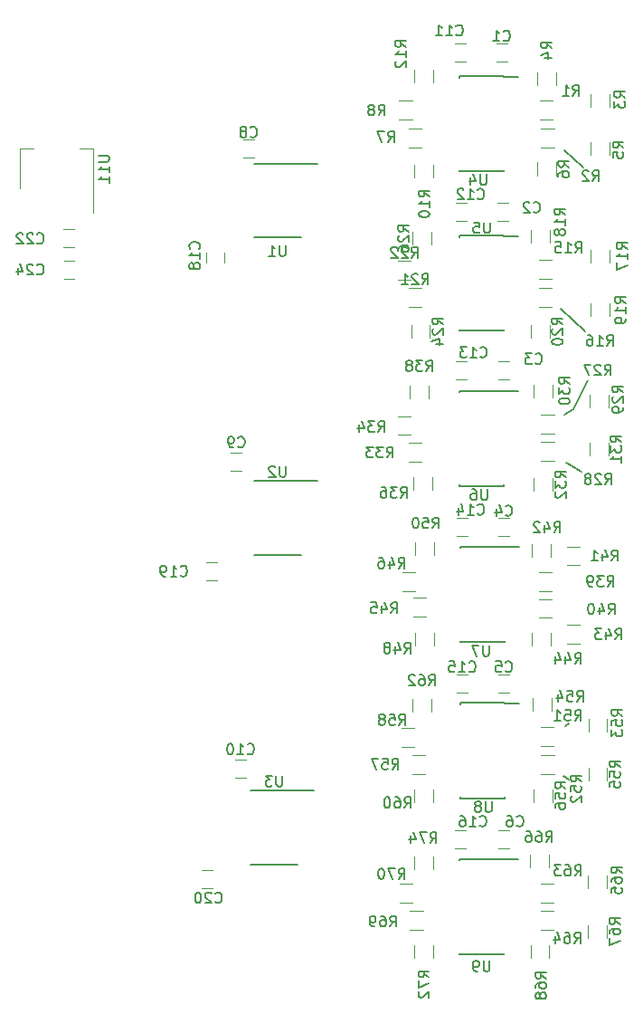
<source format=gbr>
G04 #@! TF.GenerationSoftware,KiCad,Pcbnew,(5.1.2)-1*
G04 #@! TF.CreationDate,2019-12-09T15:06:57+03:00*
G04 #@! TF.ProjectId,DAC_board,4441435f-626f-4617-9264-2e6b69636164,rev?*
G04 #@! TF.SameCoordinates,Original*
G04 #@! TF.FileFunction,Legend,Bot*
G04 #@! TF.FilePolarity,Positive*
%FSLAX46Y46*%
G04 Gerber Fmt 4.6, Leading zero omitted, Abs format (unit mm)*
G04 Created by KiCad (PCBNEW (5.1.2)-1) date 2019-12-09 15:06:57*
%MOMM*%
%LPD*%
G04 APERTURE LIST*
%ADD10C,0.150000*%
%ADD11C,0.120000*%
G04 APERTURE END LIST*
D10*
X177050000Y-63150000D02*
X175300000Y-61600000D01*
X177200000Y-78500000D02*
X174950000Y-76400000D01*
X176100000Y-85800000D02*
X175300000Y-86250000D01*
X177450000Y-83100000D02*
X176100000Y-85800000D01*
X176900000Y-91650000D02*
X175400000Y-90750000D01*
X175650000Y-115150000D02*
X175350000Y-115450000D01*
X175650000Y-120400000D02*
X175150000Y-120050000D01*
D11*
X168900000Y-51550000D02*
X169900000Y-51550000D01*
X169900000Y-53250000D02*
X168900000Y-53250000D01*
X169000000Y-66450000D02*
X170000000Y-66450000D01*
X170000000Y-68150000D02*
X169000000Y-68150000D01*
X169100000Y-81250000D02*
X170100000Y-81250000D01*
X170100000Y-82950000D02*
X169100000Y-82950000D01*
X169100000Y-95950000D02*
X170100000Y-95950000D01*
X170100000Y-97650000D02*
X169100000Y-97650000D01*
X169100000Y-110550000D02*
X170100000Y-110550000D01*
X170100000Y-112250000D02*
X169100000Y-112250000D01*
X169100000Y-125150000D02*
X170100000Y-125150000D01*
X170100000Y-126850000D02*
X169100000Y-126850000D01*
X145200000Y-60550000D02*
X146200000Y-60550000D01*
X146200000Y-62250000D02*
X145200000Y-62250000D01*
X144050000Y-89850000D02*
X145050000Y-89850000D01*
X145050000Y-91550000D02*
X144050000Y-91550000D01*
X144450000Y-118550000D02*
X145450000Y-118550000D01*
X145450000Y-120250000D02*
X144450000Y-120250000D01*
X165000000Y-51550000D02*
X166000000Y-51550000D01*
X166000000Y-53250000D02*
X165000000Y-53250000D01*
X165100000Y-66450000D02*
X166100000Y-66450000D01*
X166100000Y-68150000D02*
X165100000Y-68150000D01*
X165100000Y-81250000D02*
X166100000Y-81250000D01*
X166100000Y-82950000D02*
X165100000Y-82950000D01*
X165200000Y-95950000D02*
X166200000Y-95950000D01*
X166200000Y-97650000D02*
X165200000Y-97650000D01*
X165200000Y-110550000D02*
X166200000Y-110550000D01*
X166200000Y-112250000D02*
X165200000Y-112250000D01*
X165000000Y-125150000D02*
X166000000Y-125150000D01*
X166000000Y-126850000D02*
X165000000Y-126850000D01*
X143450000Y-71100000D02*
X143450000Y-72100000D01*
X141750000Y-72100000D02*
X141750000Y-71100000D01*
X141750000Y-100100000D02*
X142750000Y-100100000D01*
X142750000Y-101800000D02*
X141750000Y-101800000D01*
X141350000Y-128900000D02*
X142350000Y-128900000D01*
X142350000Y-130600000D02*
X141350000Y-130600000D01*
X129350000Y-70650000D02*
X128350000Y-70650000D01*
X128350000Y-68950000D02*
X129350000Y-68950000D01*
X129400000Y-73600000D02*
X128400000Y-73600000D01*
X128400000Y-71900000D02*
X129400000Y-71900000D01*
X174200000Y-56920000D02*
X173000000Y-56920000D01*
X173000000Y-58680000D02*
X174200000Y-58680000D01*
X174300000Y-59520000D02*
X173100000Y-59520000D01*
X173100000Y-61280000D02*
X174300000Y-61280000D01*
X179480000Y-57500000D02*
X179480000Y-56300000D01*
X177720000Y-56300000D02*
X177720000Y-57500000D01*
X174480000Y-55500000D02*
X174480000Y-54300000D01*
X172720000Y-54300000D02*
X172720000Y-55500000D01*
X177720000Y-60800000D02*
X177720000Y-62000000D01*
X179480000Y-62000000D02*
X179480000Y-60800000D01*
X172720000Y-62700000D02*
X172720000Y-63900000D01*
X174480000Y-63900000D02*
X174480000Y-62700000D01*
X160700000Y-61280000D02*
X161900000Y-61280000D01*
X161900000Y-59520000D02*
X160700000Y-59520000D01*
X159800000Y-58680000D02*
X161000000Y-58680000D01*
X161000000Y-56920000D02*
X159800000Y-56920000D01*
X161220000Y-62900000D02*
X161220000Y-64100000D01*
X162980000Y-64100000D02*
X162980000Y-62900000D01*
X162980000Y-55200000D02*
X162980000Y-54000000D01*
X161220000Y-54000000D02*
X161220000Y-55200000D01*
X174100000Y-71820000D02*
X172900000Y-71820000D01*
X172900000Y-73580000D02*
X174100000Y-73580000D01*
X174100000Y-74420000D02*
X172900000Y-74420000D01*
X172900000Y-76180000D02*
X174100000Y-76180000D01*
X179480000Y-72100000D02*
X179480000Y-70900000D01*
X177720000Y-70900000D02*
X177720000Y-72100000D01*
X173880000Y-70200000D02*
X173880000Y-69000000D01*
X172120000Y-69000000D02*
X172120000Y-70200000D01*
X177720000Y-75900000D02*
X177720000Y-77100000D01*
X179480000Y-77100000D02*
X179480000Y-75900000D01*
X172120000Y-77900000D02*
X172120000Y-79100000D01*
X173880000Y-79100000D02*
X173880000Y-77900000D01*
X160700000Y-76180000D02*
X161900000Y-76180000D01*
X161900000Y-74420000D02*
X160700000Y-74420000D01*
X159700000Y-73680000D02*
X160900000Y-73680000D01*
X160900000Y-71920000D02*
X159700000Y-71920000D01*
X160920000Y-77900000D02*
X160920000Y-79100000D01*
X162680000Y-79100000D02*
X162680000Y-77900000D01*
X162780000Y-70400000D02*
X162780000Y-69200000D01*
X161020000Y-69200000D02*
X161020000Y-70400000D01*
X174300000Y-86320000D02*
X173100000Y-86320000D01*
X173100000Y-88080000D02*
X174300000Y-88080000D01*
X174300000Y-88820000D02*
X173100000Y-88820000D01*
X173100000Y-90580000D02*
X174300000Y-90580000D01*
X179380000Y-85600000D02*
X179380000Y-84400000D01*
X177620000Y-84400000D02*
X177620000Y-85600000D01*
X174180000Y-84700000D02*
X174180000Y-83500000D01*
X172420000Y-83500000D02*
X172420000Y-84700000D01*
X177620000Y-88900000D02*
X177620000Y-90100000D01*
X179380000Y-90100000D02*
X179380000Y-88900000D01*
X172420000Y-92200000D02*
X172420000Y-93400000D01*
X174180000Y-93400000D02*
X174180000Y-92200000D01*
X160700000Y-90680000D02*
X161900000Y-90680000D01*
X161900000Y-88920000D02*
X160700000Y-88920000D01*
X159700000Y-88180000D02*
X160900000Y-88180000D01*
X160900000Y-86420000D02*
X159700000Y-86420000D01*
X161120000Y-92100000D02*
X161120000Y-93300000D01*
X162880000Y-93300000D02*
X162880000Y-92100000D01*
X162580000Y-84800000D02*
X162580000Y-83600000D01*
X160820000Y-83600000D02*
X160820000Y-84800000D01*
X174100000Y-101020000D02*
X172900000Y-101020000D01*
X172900000Y-102780000D02*
X174100000Y-102780000D01*
X174100000Y-103520000D02*
X172900000Y-103520000D01*
X172900000Y-105280000D02*
X174100000Y-105280000D01*
X176700000Y-98620000D02*
X175500000Y-98620000D01*
X175500000Y-100380000D02*
X176700000Y-100380000D01*
X173980000Y-99600000D02*
X173980000Y-98400000D01*
X172220000Y-98400000D02*
X172220000Y-99600000D01*
X176700000Y-105920000D02*
X175500000Y-105920000D01*
X175500000Y-107680000D02*
X176700000Y-107680000D01*
X172220000Y-106700000D02*
X172220000Y-107900000D01*
X173980000Y-107900000D02*
X173980000Y-106700000D01*
X161100000Y-105180000D02*
X162300000Y-105180000D01*
X162300000Y-103420000D02*
X161100000Y-103420000D01*
X160100000Y-102780000D02*
X161300000Y-102780000D01*
X161300000Y-101020000D02*
X160100000Y-101020000D01*
X161320000Y-106700000D02*
X161320000Y-107900000D01*
X163080000Y-107900000D02*
X163080000Y-106700000D01*
X163080000Y-99400000D02*
X163080000Y-98200000D01*
X161320000Y-98200000D02*
X161320000Y-99400000D01*
X174275000Y-115520000D02*
X173075000Y-115520000D01*
X173075000Y-117280000D02*
X174275000Y-117280000D01*
X174300000Y-118120000D02*
X173100000Y-118120000D01*
X173100000Y-119880000D02*
X174300000Y-119880000D01*
X179280000Y-115900000D02*
X179280000Y-114700000D01*
X177520000Y-114700000D02*
X177520000Y-115900000D01*
X174080000Y-113950000D02*
X174080000Y-112750000D01*
X172320000Y-112750000D02*
X172320000Y-113950000D01*
X177520000Y-119300000D02*
X177520000Y-120500000D01*
X179280000Y-120500000D02*
X179280000Y-119300000D01*
X172395000Y-121300000D02*
X172395000Y-122500000D01*
X174155000Y-122500000D02*
X174155000Y-121300000D01*
X161025000Y-119880000D02*
X162225000Y-119880000D01*
X162225000Y-118120000D02*
X161025000Y-118120000D01*
X160000000Y-117380000D02*
X161200000Y-117380000D01*
X161200000Y-115620000D02*
X160000000Y-115620000D01*
X161245000Y-121325000D02*
X161245000Y-122525000D01*
X163005000Y-122525000D02*
X163005000Y-121325000D01*
X162780000Y-114100000D02*
X162780000Y-112900000D01*
X161020000Y-112900000D02*
X161020000Y-114100000D01*
X174225000Y-130145000D02*
X173025000Y-130145000D01*
X173025000Y-131905000D02*
X174225000Y-131905000D01*
X174225000Y-132695000D02*
X173025000Y-132695000D01*
X173025000Y-134455000D02*
X174225000Y-134455000D01*
X179255000Y-130575000D02*
X179255000Y-129375000D01*
X177495000Y-129375000D02*
X177495000Y-130575000D01*
X173805000Y-128650000D02*
X173805000Y-127450000D01*
X172045000Y-127450000D02*
X172045000Y-128650000D01*
X177495000Y-134000000D02*
X177495000Y-135200000D01*
X179255000Y-135200000D02*
X179255000Y-134000000D01*
X172095000Y-135900000D02*
X172095000Y-137100000D01*
X173855000Y-137100000D02*
X173855000Y-135900000D01*
X160825000Y-134480000D02*
X162025000Y-134480000D01*
X162025000Y-132720000D02*
X160825000Y-132720000D01*
X159875000Y-131905000D02*
X161075000Y-131905000D01*
X161075000Y-130145000D02*
X159875000Y-130145000D01*
X161195000Y-135875000D02*
X161195000Y-137075000D01*
X162955000Y-137075000D02*
X162955000Y-135875000D01*
X162955000Y-128775000D02*
X162955000Y-127575000D01*
X161195000Y-127575000D02*
X161195000Y-128775000D01*
D10*
X150650000Y-69725000D02*
X146200000Y-69725000D01*
X152175000Y-62825000D02*
X146200000Y-62825000D01*
X150650000Y-99400000D02*
X146200000Y-99400000D01*
X152175000Y-92500000D02*
X146200000Y-92500000D01*
X150325000Y-128350000D02*
X145875000Y-128350000D01*
X151850000Y-121450000D02*
X145875000Y-121450000D01*
X169575000Y-54650000D02*
X169575000Y-54675000D01*
X165425000Y-54650000D02*
X165425000Y-54765000D01*
X165425000Y-63550000D02*
X165425000Y-63435000D01*
X169575000Y-63550000D02*
X169575000Y-63435000D01*
X169575000Y-54650000D02*
X165425000Y-54650000D01*
X169575000Y-63550000D02*
X165425000Y-63550000D01*
X169575000Y-54675000D02*
X170950000Y-54675000D01*
X169575000Y-69550000D02*
X169575000Y-69575000D01*
X165425000Y-69550000D02*
X165425000Y-69665000D01*
X165425000Y-78450000D02*
X165425000Y-78335000D01*
X169575000Y-78450000D02*
X169575000Y-78335000D01*
X169575000Y-69550000D02*
X165425000Y-69550000D01*
X169575000Y-78450000D02*
X165425000Y-78450000D01*
X169575000Y-69575000D02*
X170950000Y-69575000D01*
X169575000Y-84050000D02*
X169575000Y-84075000D01*
X165425000Y-84050000D02*
X165425000Y-84165000D01*
X165425000Y-92950000D02*
X165425000Y-92835000D01*
X169575000Y-92950000D02*
X169575000Y-92835000D01*
X169575000Y-84050000D02*
X165425000Y-84050000D01*
X169575000Y-92950000D02*
X165425000Y-92950000D01*
X169575000Y-84075000D02*
X170950000Y-84075000D01*
X169675000Y-98650000D02*
X169675000Y-98675000D01*
X165525000Y-98650000D02*
X165525000Y-98765000D01*
X165525000Y-107550000D02*
X165525000Y-107435000D01*
X169675000Y-107550000D02*
X169675000Y-107435000D01*
X169675000Y-98650000D02*
X165525000Y-98650000D01*
X169675000Y-107550000D02*
X165525000Y-107550000D01*
X169675000Y-98675000D02*
X171050000Y-98675000D01*
X169675000Y-113250000D02*
X169675000Y-113275000D01*
X165525000Y-113250000D02*
X165525000Y-113365000D01*
X165525000Y-122150000D02*
X165525000Y-122035000D01*
X169675000Y-122150000D02*
X169675000Y-122035000D01*
X169675000Y-113250000D02*
X165525000Y-113250000D01*
X169675000Y-122150000D02*
X165525000Y-122150000D01*
X169675000Y-113275000D02*
X171050000Y-113275000D01*
X169575000Y-127850000D02*
X169575000Y-127875000D01*
X165425000Y-127850000D02*
X165425000Y-127965000D01*
X165425000Y-136750000D02*
X165425000Y-136635000D01*
X169575000Y-136750000D02*
X169575000Y-136635000D01*
X169575000Y-127850000D02*
X165425000Y-127850000D01*
X169575000Y-136750000D02*
X165425000Y-136750000D01*
X169575000Y-127875000D02*
X170950000Y-127875000D01*
D11*
X124290000Y-61390000D02*
X125550000Y-61390000D01*
X131110000Y-61390000D02*
X129850000Y-61390000D01*
X124290000Y-65150000D02*
X124290000Y-61390000D01*
X131110000Y-67400000D02*
X131110000Y-61390000D01*
D10*
X169566666Y-51257142D02*
X169614285Y-51304761D01*
X169757142Y-51352380D01*
X169852380Y-51352380D01*
X169995238Y-51304761D01*
X170090476Y-51209523D01*
X170138095Y-51114285D01*
X170185714Y-50923809D01*
X170185714Y-50780952D01*
X170138095Y-50590476D01*
X170090476Y-50495238D01*
X169995238Y-50400000D01*
X169852380Y-50352380D01*
X169757142Y-50352380D01*
X169614285Y-50400000D01*
X169566666Y-50447619D01*
X168614285Y-51352380D02*
X169185714Y-51352380D01*
X168900000Y-51352380D02*
X168900000Y-50352380D01*
X168995238Y-50495238D01*
X169090476Y-50590476D01*
X169185714Y-50638095D01*
X172366666Y-67307142D02*
X172414285Y-67354761D01*
X172557142Y-67402380D01*
X172652380Y-67402380D01*
X172795238Y-67354761D01*
X172890476Y-67259523D01*
X172938095Y-67164285D01*
X172985714Y-66973809D01*
X172985714Y-66830952D01*
X172938095Y-66640476D01*
X172890476Y-66545238D01*
X172795238Y-66450000D01*
X172652380Y-66402380D01*
X172557142Y-66402380D01*
X172414285Y-66450000D01*
X172366666Y-66497619D01*
X171985714Y-66497619D02*
X171938095Y-66450000D01*
X171842857Y-66402380D01*
X171604761Y-66402380D01*
X171509523Y-66450000D01*
X171461904Y-66497619D01*
X171414285Y-66592857D01*
X171414285Y-66688095D01*
X171461904Y-66830952D01*
X172033333Y-67402380D01*
X171414285Y-67402380D01*
X172566666Y-81457142D02*
X172614285Y-81504761D01*
X172757142Y-81552380D01*
X172852380Y-81552380D01*
X172995238Y-81504761D01*
X173090476Y-81409523D01*
X173138095Y-81314285D01*
X173185714Y-81123809D01*
X173185714Y-80980952D01*
X173138095Y-80790476D01*
X173090476Y-80695238D01*
X172995238Y-80600000D01*
X172852380Y-80552380D01*
X172757142Y-80552380D01*
X172614285Y-80600000D01*
X172566666Y-80647619D01*
X172233333Y-80552380D02*
X171614285Y-80552380D01*
X171947619Y-80933333D01*
X171804761Y-80933333D01*
X171709523Y-80980952D01*
X171661904Y-81028571D01*
X171614285Y-81123809D01*
X171614285Y-81361904D01*
X171661904Y-81457142D01*
X171709523Y-81504761D01*
X171804761Y-81552380D01*
X172090476Y-81552380D01*
X172185714Y-81504761D01*
X172233333Y-81457142D01*
X169766666Y-95657142D02*
X169814285Y-95704761D01*
X169957142Y-95752380D01*
X170052380Y-95752380D01*
X170195238Y-95704761D01*
X170290476Y-95609523D01*
X170338095Y-95514285D01*
X170385714Y-95323809D01*
X170385714Y-95180952D01*
X170338095Y-94990476D01*
X170290476Y-94895238D01*
X170195238Y-94800000D01*
X170052380Y-94752380D01*
X169957142Y-94752380D01*
X169814285Y-94800000D01*
X169766666Y-94847619D01*
X168909523Y-95085714D02*
X168909523Y-95752380D01*
X169147619Y-94704761D02*
X169385714Y-95419047D01*
X168766666Y-95419047D01*
X169766666Y-110257142D02*
X169814285Y-110304761D01*
X169957142Y-110352380D01*
X170052380Y-110352380D01*
X170195238Y-110304761D01*
X170290476Y-110209523D01*
X170338095Y-110114285D01*
X170385714Y-109923809D01*
X170385714Y-109780952D01*
X170338095Y-109590476D01*
X170290476Y-109495238D01*
X170195238Y-109400000D01*
X170052380Y-109352380D01*
X169957142Y-109352380D01*
X169814285Y-109400000D01*
X169766666Y-109447619D01*
X168861904Y-109352380D02*
X169338095Y-109352380D01*
X169385714Y-109828571D01*
X169338095Y-109780952D01*
X169242857Y-109733333D01*
X169004761Y-109733333D01*
X168909523Y-109780952D01*
X168861904Y-109828571D01*
X168814285Y-109923809D01*
X168814285Y-110161904D01*
X168861904Y-110257142D01*
X168909523Y-110304761D01*
X169004761Y-110352380D01*
X169242857Y-110352380D01*
X169338095Y-110304761D01*
X169385714Y-110257142D01*
X170816666Y-124707142D02*
X170864285Y-124754761D01*
X171007142Y-124802380D01*
X171102380Y-124802380D01*
X171245238Y-124754761D01*
X171340476Y-124659523D01*
X171388095Y-124564285D01*
X171435714Y-124373809D01*
X171435714Y-124230952D01*
X171388095Y-124040476D01*
X171340476Y-123945238D01*
X171245238Y-123850000D01*
X171102380Y-123802380D01*
X171007142Y-123802380D01*
X170864285Y-123850000D01*
X170816666Y-123897619D01*
X169959523Y-123802380D02*
X170150000Y-123802380D01*
X170245238Y-123850000D01*
X170292857Y-123897619D01*
X170388095Y-124040476D01*
X170435714Y-124230952D01*
X170435714Y-124611904D01*
X170388095Y-124707142D01*
X170340476Y-124754761D01*
X170245238Y-124802380D01*
X170054761Y-124802380D01*
X169959523Y-124754761D01*
X169911904Y-124707142D01*
X169864285Y-124611904D01*
X169864285Y-124373809D01*
X169911904Y-124278571D01*
X169959523Y-124230952D01*
X170054761Y-124183333D01*
X170245238Y-124183333D01*
X170340476Y-124230952D01*
X170388095Y-124278571D01*
X170435714Y-124373809D01*
X145866666Y-60257142D02*
X145914285Y-60304761D01*
X146057142Y-60352380D01*
X146152380Y-60352380D01*
X146295238Y-60304761D01*
X146390476Y-60209523D01*
X146438095Y-60114285D01*
X146485714Y-59923809D01*
X146485714Y-59780952D01*
X146438095Y-59590476D01*
X146390476Y-59495238D01*
X146295238Y-59400000D01*
X146152380Y-59352380D01*
X146057142Y-59352380D01*
X145914285Y-59400000D01*
X145866666Y-59447619D01*
X145295238Y-59780952D02*
X145390476Y-59733333D01*
X145438095Y-59685714D01*
X145485714Y-59590476D01*
X145485714Y-59542857D01*
X145438095Y-59447619D01*
X145390476Y-59400000D01*
X145295238Y-59352380D01*
X145104761Y-59352380D01*
X145009523Y-59400000D01*
X144961904Y-59447619D01*
X144914285Y-59542857D01*
X144914285Y-59590476D01*
X144961904Y-59685714D01*
X145009523Y-59733333D01*
X145104761Y-59780952D01*
X145295238Y-59780952D01*
X145390476Y-59828571D01*
X145438095Y-59876190D01*
X145485714Y-59971428D01*
X145485714Y-60161904D01*
X145438095Y-60257142D01*
X145390476Y-60304761D01*
X145295238Y-60352380D01*
X145104761Y-60352380D01*
X145009523Y-60304761D01*
X144961904Y-60257142D01*
X144914285Y-60161904D01*
X144914285Y-59971428D01*
X144961904Y-59876190D01*
X145009523Y-59828571D01*
X145104761Y-59780952D01*
X144716666Y-89257142D02*
X144764285Y-89304761D01*
X144907142Y-89352380D01*
X145002380Y-89352380D01*
X145145238Y-89304761D01*
X145240476Y-89209523D01*
X145288095Y-89114285D01*
X145335714Y-88923809D01*
X145335714Y-88780952D01*
X145288095Y-88590476D01*
X145240476Y-88495238D01*
X145145238Y-88400000D01*
X145002380Y-88352380D01*
X144907142Y-88352380D01*
X144764285Y-88400000D01*
X144716666Y-88447619D01*
X144240476Y-89352380D02*
X144050000Y-89352380D01*
X143954761Y-89304761D01*
X143907142Y-89257142D01*
X143811904Y-89114285D01*
X143764285Y-88923809D01*
X143764285Y-88542857D01*
X143811904Y-88447619D01*
X143859523Y-88400000D01*
X143954761Y-88352380D01*
X144145238Y-88352380D01*
X144240476Y-88400000D01*
X144288095Y-88447619D01*
X144335714Y-88542857D01*
X144335714Y-88780952D01*
X144288095Y-88876190D01*
X144240476Y-88923809D01*
X144145238Y-88971428D01*
X143954761Y-88971428D01*
X143859523Y-88923809D01*
X143811904Y-88876190D01*
X143764285Y-88780952D01*
X145592857Y-117957142D02*
X145640476Y-118004761D01*
X145783333Y-118052380D01*
X145878571Y-118052380D01*
X146021428Y-118004761D01*
X146116666Y-117909523D01*
X146164285Y-117814285D01*
X146211904Y-117623809D01*
X146211904Y-117480952D01*
X146164285Y-117290476D01*
X146116666Y-117195238D01*
X146021428Y-117100000D01*
X145878571Y-117052380D01*
X145783333Y-117052380D01*
X145640476Y-117100000D01*
X145592857Y-117147619D01*
X144640476Y-118052380D02*
X145211904Y-118052380D01*
X144926190Y-118052380D02*
X144926190Y-117052380D01*
X145021428Y-117195238D01*
X145116666Y-117290476D01*
X145211904Y-117338095D01*
X144021428Y-117052380D02*
X143926190Y-117052380D01*
X143830952Y-117100000D01*
X143783333Y-117147619D01*
X143735714Y-117242857D01*
X143688095Y-117433333D01*
X143688095Y-117671428D01*
X143735714Y-117861904D01*
X143783333Y-117957142D01*
X143830952Y-118004761D01*
X143926190Y-118052380D01*
X144021428Y-118052380D01*
X144116666Y-118004761D01*
X144164285Y-117957142D01*
X144211904Y-117861904D01*
X144259523Y-117671428D01*
X144259523Y-117433333D01*
X144211904Y-117242857D01*
X144164285Y-117147619D01*
X144116666Y-117100000D01*
X144021428Y-117052380D01*
X165142857Y-50757142D02*
X165190476Y-50804761D01*
X165333333Y-50852380D01*
X165428571Y-50852380D01*
X165571428Y-50804761D01*
X165666666Y-50709523D01*
X165714285Y-50614285D01*
X165761904Y-50423809D01*
X165761904Y-50280952D01*
X165714285Y-50090476D01*
X165666666Y-49995238D01*
X165571428Y-49900000D01*
X165428571Y-49852380D01*
X165333333Y-49852380D01*
X165190476Y-49900000D01*
X165142857Y-49947619D01*
X164190476Y-50852380D02*
X164761904Y-50852380D01*
X164476190Y-50852380D02*
X164476190Y-49852380D01*
X164571428Y-49995238D01*
X164666666Y-50090476D01*
X164761904Y-50138095D01*
X163238095Y-50852380D02*
X163809523Y-50852380D01*
X163523809Y-50852380D02*
X163523809Y-49852380D01*
X163619047Y-49995238D01*
X163714285Y-50090476D01*
X163809523Y-50138095D01*
X167142857Y-66057142D02*
X167190476Y-66104761D01*
X167333333Y-66152380D01*
X167428571Y-66152380D01*
X167571428Y-66104761D01*
X167666666Y-66009523D01*
X167714285Y-65914285D01*
X167761904Y-65723809D01*
X167761904Y-65580952D01*
X167714285Y-65390476D01*
X167666666Y-65295238D01*
X167571428Y-65200000D01*
X167428571Y-65152380D01*
X167333333Y-65152380D01*
X167190476Y-65200000D01*
X167142857Y-65247619D01*
X166190476Y-66152380D02*
X166761904Y-66152380D01*
X166476190Y-66152380D02*
X166476190Y-65152380D01*
X166571428Y-65295238D01*
X166666666Y-65390476D01*
X166761904Y-65438095D01*
X165809523Y-65247619D02*
X165761904Y-65200000D01*
X165666666Y-65152380D01*
X165428571Y-65152380D01*
X165333333Y-65200000D01*
X165285714Y-65247619D01*
X165238095Y-65342857D01*
X165238095Y-65438095D01*
X165285714Y-65580952D01*
X165857142Y-66152380D01*
X165238095Y-66152380D01*
X167392857Y-80857142D02*
X167440476Y-80904761D01*
X167583333Y-80952380D01*
X167678571Y-80952380D01*
X167821428Y-80904761D01*
X167916666Y-80809523D01*
X167964285Y-80714285D01*
X168011904Y-80523809D01*
X168011904Y-80380952D01*
X167964285Y-80190476D01*
X167916666Y-80095238D01*
X167821428Y-80000000D01*
X167678571Y-79952380D01*
X167583333Y-79952380D01*
X167440476Y-80000000D01*
X167392857Y-80047619D01*
X166440476Y-80952380D02*
X167011904Y-80952380D01*
X166726190Y-80952380D02*
X166726190Y-79952380D01*
X166821428Y-80095238D01*
X166916666Y-80190476D01*
X167011904Y-80238095D01*
X166107142Y-79952380D02*
X165488095Y-79952380D01*
X165821428Y-80333333D01*
X165678571Y-80333333D01*
X165583333Y-80380952D01*
X165535714Y-80428571D01*
X165488095Y-80523809D01*
X165488095Y-80761904D01*
X165535714Y-80857142D01*
X165583333Y-80904761D01*
X165678571Y-80952380D01*
X165964285Y-80952380D01*
X166059523Y-80904761D01*
X166107142Y-80857142D01*
X167142857Y-95557142D02*
X167190476Y-95604761D01*
X167333333Y-95652380D01*
X167428571Y-95652380D01*
X167571428Y-95604761D01*
X167666666Y-95509523D01*
X167714285Y-95414285D01*
X167761904Y-95223809D01*
X167761904Y-95080952D01*
X167714285Y-94890476D01*
X167666666Y-94795238D01*
X167571428Y-94700000D01*
X167428571Y-94652380D01*
X167333333Y-94652380D01*
X167190476Y-94700000D01*
X167142857Y-94747619D01*
X166190476Y-95652380D02*
X166761904Y-95652380D01*
X166476190Y-95652380D02*
X166476190Y-94652380D01*
X166571428Y-94795238D01*
X166666666Y-94890476D01*
X166761904Y-94938095D01*
X165333333Y-94985714D02*
X165333333Y-95652380D01*
X165571428Y-94604761D02*
X165809523Y-95319047D01*
X165190476Y-95319047D01*
X166342857Y-110257142D02*
X166390476Y-110304761D01*
X166533333Y-110352380D01*
X166628571Y-110352380D01*
X166771428Y-110304761D01*
X166866666Y-110209523D01*
X166914285Y-110114285D01*
X166961904Y-109923809D01*
X166961904Y-109780952D01*
X166914285Y-109590476D01*
X166866666Y-109495238D01*
X166771428Y-109400000D01*
X166628571Y-109352380D01*
X166533333Y-109352380D01*
X166390476Y-109400000D01*
X166342857Y-109447619D01*
X165390476Y-110352380D02*
X165961904Y-110352380D01*
X165676190Y-110352380D02*
X165676190Y-109352380D01*
X165771428Y-109495238D01*
X165866666Y-109590476D01*
X165961904Y-109638095D01*
X164485714Y-109352380D02*
X164961904Y-109352380D01*
X165009523Y-109828571D01*
X164961904Y-109780952D01*
X164866666Y-109733333D01*
X164628571Y-109733333D01*
X164533333Y-109780952D01*
X164485714Y-109828571D01*
X164438095Y-109923809D01*
X164438095Y-110161904D01*
X164485714Y-110257142D01*
X164533333Y-110304761D01*
X164628571Y-110352380D01*
X164866666Y-110352380D01*
X164961904Y-110304761D01*
X165009523Y-110257142D01*
X167342857Y-124707142D02*
X167390476Y-124754761D01*
X167533333Y-124802380D01*
X167628571Y-124802380D01*
X167771428Y-124754761D01*
X167866666Y-124659523D01*
X167914285Y-124564285D01*
X167961904Y-124373809D01*
X167961904Y-124230952D01*
X167914285Y-124040476D01*
X167866666Y-123945238D01*
X167771428Y-123850000D01*
X167628571Y-123802380D01*
X167533333Y-123802380D01*
X167390476Y-123850000D01*
X167342857Y-123897619D01*
X166390476Y-124802380D02*
X166961904Y-124802380D01*
X166676190Y-124802380D02*
X166676190Y-123802380D01*
X166771428Y-123945238D01*
X166866666Y-124040476D01*
X166961904Y-124088095D01*
X165533333Y-123802380D02*
X165723809Y-123802380D01*
X165819047Y-123850000D01*
X165866666Y-123897619D01*
X165961904Y-124040476D01*
X166009523Y-124230952D01*
X166009523Y-124611904D01*
X165961904Y-124707142D01*
X165914285Y-124754761D01*
X165819047Y-124802380D01*
X165628571Y-124802380D01*
X165533333Y-124754761D01*
X165485714Y-124707142D01*
X165438095Y-124611904D01*
X165438095Y-124373809D01*
X165485714Y-124278571D01*
X165533333Y-124230952D01*
X165628571Y-124183333D01*
X165819047Y-124183333D01*
X165914285Y-124230952D01*
X165961904Y-124278571D01*
X166009523Y-124373809D01*
X141057142Y-70757142D02*
X141104761Y-70709523D01*
X141152380Y-70566666D01*
X141152380Y-70471428D01*
X141104761Y-70328571D01*
X141009523Y-70233333D01*
X140914285Y-70185714D01*
X140723809Y-70138095D01*
X140580952Y-70138095D01*
X140390476Y-70185714D01*
X140295238Y-70233333D01*
X140200000Y-70328571D01*
X140152380Y-70471428D01*
X140152380Y-70566666D01*
X140200000Y-70709523D01*
X140247619Y-70757142D01*
X141152380Y-71709523D02*
X141152380Y-71138095D01*
X141152380Y-71423809D02*
X140152380Y-71423809D01*
X140295238Y-71328571D01*
X140390476Y-71233333D01*
X140438095Y-71138095D01*
X140580952Y-72280952D02*
X140533333Y-72185714D01*
X140485714Y-72138095D01*
X140390476Y-72090476D01*
X140342857Y-72090476D01*
X140247619Y-72138095D01*
X140200000Y-72185714D01*
X140152380Y-72280952D01*
X140152380Y-72471428D01*
X140200000Y-72566666D01*
X140247619Y-72614285D01*
X140342857Y-72661904D01*
X140390476Y-72661904D01*
X140485714Y-72614285D01*
X140533333Y-72566666D01*
X140580952Y-72471428D01*
X140580952Y-72280952D01*
X140628571Y-72185714D01*
X140676190Y-72138095D01*
X140771428Y-72090476D01*
X140961904Y-72090476D01*
X141057142Y-72138095D01*
X141104761Y-72185714D01*
X141152380Y-72280952D01*
X141152380Y-72471428D01*
X141104761Y-72566666D01*
X141057142Y-72614285D01*
X140961904Y-72661904D01*
X140771428Y-72661904D01*
X140676190Y-72614285D01*
X140628571Y-72566666D01*
X140580952Y-72471428D01*
X139342857Y-101307142D02*
X139390476Y-101354761D01*
X139533333Y-101402380D01*
X139628571Y-101402380D01*
X139771428Y-101354761D01*
X139866666Y-101259523D01*
X139914285Y-101164285D01*
X139961904Y-100973809D01*
X139961904Y-100830952D01*
X139914285Y-100640476D01*
X139866666Y-100545238D01*
X139771428Y-100450000D01*
X139628571Y-100402380D01*
X139533333Y-100402380D01*
X139390476Y-100450000D01*
X139342857Y-100497619D01*
X138390476Y-101402380D02*
X138961904Y-101402380D01*
X138676190Y-101402380D02*
X138676190Y-100402380D01*
X138771428Y-100545238D01*
X138866666Y-100640476D01*
X138961904Y-100688095D01*
X137914285Y-101402380D02*
X137723809Y-101402380D01*
X137628571Y-101354761D01*
X137580952Y-101307142D01*
X137485714Y-101164285D01*
X137438095Y-100973809D01*
X137438095Y-100592857D01*
X137485714Y-100497619D01*
X137533333Y-100450000D01*
X137628571Y-100402380D01*
X137819047Y-100402380D01*
X137914285Y-100450000D01*
X137961904Y-100497619D01*
X138009523Y-100592857D01*
X138009523Y-100830952D01*
X137961904Y-100926190D01*
X137914285Y-100973809D01*
X137819047Y-101021428D01*
X137628571Y-101021428D01*
X137533333Y-100973809D01*
X137485714Y-100926190D01*
X137438095Y-100830952D01*
X142592857Y-131857142D02*
X142640476Y-131904761D01*
X142783333Y-131952380D01*
X142878571Y-131952380D01*
X143021428Y-131904761D01*
X143116666Y-131809523D01*
X143164285Y-131714285D01*
X143211904Y-131523809D01*
X143211904Y-131380952D01*
X143164285Y-131190476D01*
X143116666Y-131095238D01*
X143021428Y-131000000D01*
X142878571Y-130952380D01*
X142783333Y-130952380D01*
X142640476Y-131000000D01*
X142592857Y-131047619D01*
X142211904Y-131047619D02*
X142164285Y-131000000D01*
X142069047Y-130952380D01*
X141830952Y-130952380D01*
X141735714Y-131000000D01*
X141688095Y-131047619D01*
X141640476Y-131142857D01*
X141640476Y-131238095D01*
X141688095Y-131380952D01*
X142259523Y-131952380D01*
X141640476Y-131952380D01*
X141021428Y-130952380D02*
X140926190Y-130952380D01*
X140830952Y-131000000D01*
X140783333Y-131047619D01*
X140735714Y-131142857D01*
X140688095Y-131333333D01*
X140688095Y-131571428D01*
X140735714Y-131761904D01*
X140783333Y-131857142D01*
X140830952Y-131904761D01*
X140926190Y-131952380D01*
X141021428Y-131952380D01*
X141116666Y-131904761D01*
X141164285Y-131857142D01*
X141211904Y-131761904D01*
X141259523Y-131571428D01*
X141259523Y-131333333D01*
X141211904Y-131142857D01*
X141164285Y-131047619D01*
X141116666Y-131000000D01*
X141021428Y-130952380D01*
X125892857Y-70207142D02*
X125940476Y-70254761D01*
X126083333Y-70302380D01*
X126178571Y-70302380D01*
X126321428Y-70254761D01*
X126416666Y-70159523D01*
X126464285Y-70064285D01*
X126511904Y-69873809D01*
X126511904Y-69730952D01*
X126464285Y-69540476D01*
X126416666Y-69445238D01*
X126321428Y-69350000D01*
X126178571Y-69302380D01*
X126083333Y-69302380D01*
X125940476Y-69350000D01*
X125892857Y-69397619D01*
X125511904Y-69397619D02*
X125464285Y-69350000D01*
X125369047Y-69302380D01*
X125130952Y-69302380D01*
X125035714Y-69350000D01*
X124988095Y-69397619D01*
X124940476Y-69492857D01*
X124940476Y-69588095D01*
X124988095Y-69730952D01*
X125559523Y-70302380D01*
X124940476Y-70302380D01*
X124559523Y-69397619D02*
X124511904Y-69350000D01*
X124416666Y-69302380D01*
X124178571Y-69302380D01*
X124083333Y-69350000D01*
X124035714Y-69397619D01*
X123988095Y-69492857D01*
X123988095Y-69588095D01*
X124035714Y-69730952D01*
X124607142Y-70302380D01*
X123988095Y-70302380D01*
X125892857Y-73107142D02*
X125940476Y-73154761D01*
X126083333Y-73202380D01*
X126178571Y-73202380D01*
X126321428Y-73154761D01*
X126416666Y-73059523D01*
X126464285Y-72964285D01*
X126511904Y-72773809D01*
X126511904Y-72630952D01*
X126464285Y-72440476D01*
X126416666Y-72345238D01*
X126321428Y-72250000D01*
X126178571Y-72202380D01*
X126083333Y-72202380D01*
X125940476Y-72250000D01*
X125892857Y-72297619D01*
X125511904Y-72297619D02*
X125464285Y-72250000D01*
X125369047Y-72202380D01*
X125130952Y-72202380D01*
X125035714Y-72250000D01*
X124988095Y-72297619D01*
X124940476Y-72392857D01*
X124940476Y-72488095D01*
X124988095Y-72630952D01*
X125559523Y-73202380D01*
X124940476Y-73202380D01*
X124083333Y-72535714D02*
X124083333Y-73202380D01*
X124321428Y-72154761D02*
X124559523Y-72869047D01*
X123940476Y-72869047D01*
X176066666Y-56452380D02*
X176400000Y-55976190D01*
X176638095Y-56452380D02*
X176638095Y-55452380D01*
X176257142Y-55452380D01*
X176161904Y-55500000D01*
X176114285Y-55547619D01*
X176066666Y-55642857D01*
X176066666Y-55785714D01*
X176114285Y-55880952D01*
X176161904Y-55928571D01*
X176257142Y-55976190D01*
X176638095Y-55976190D01*
X175114285Y-56452380D02*
X175685714Y-56452380D01*
X175400000Y-56452380D02*
X175400000Y-55452380D01*
X175495238Y-55595238D01*
X175590476Y-55690476D01*
X175685714Y-55738095D01*
X177916666Y-64452380D02*
X178250000Y-63976190D01*
X178488095Y-64452380D02*
X178488095Y-63452380D01*
X178107142Y-63452380D01*
X178011904Y-63500000D01*
X177964285Y-63547619D01*
X177916666Y-63642857D01*
X177916666Y-63785714D01*
X177964285Y-63880952D01*
X178011904Y-63928571D01*
X178107142Y-63976190D01*
X178488095Y-63976190D01*
X177535714Y-63547619D02*
X177488095Y-63500000D01*
X177392857Y-63452380D01*
X177154761Y-63452380D01*
X177059523Y-63500000D01*
X177011904Y-63547619D01*
X176964285Y-63642857D01*
X176964285Y-63738095D01*
X177011904Y-63880952D01*
X177583333Y-64452380D01*
X176964285Y-64452380D01*
X180952380Y-56633333D02*
X180476190Y-56300000D01*
X180952380Y-56061904D02*
X179952380Y-56061904D01*
X179952380Y-56442857D01*
X180000000Y-56538095D01*
X180047619Y-56585714D01*
X180142857Y-56633333D01*
X180285714Y-56633333D01*
X180380952Y-56585714D01*
X180428571Y-56538095D01*
X180476190Y-56442857D01*
X180476190Y-56061904D01*
X179952380Y-56966666D02*
X179952380Y-57585714D01*
X180333333Y-57252380D01*
X180333333Y-57395238D01*
X180380952Y-57490476D01*
X180428571Y-57538095D01*
X180523809Y-57585714D01*
X180761904Y-57585714D01*
X180857142Y-57538095D01*
X180904761Y-57490476D01*
X180952380Y-57395238D01*
X180952380Y-57109523D01*
X180904761Y-57014285D01*
X180857142Y-56966666D01*
X174102380Y-52033333D02*
X173626190Y-51700000D01*
X174102380Y-51461904D02*
X173102380Y-51461904D01*
X173102380Y-51842857D01*
X173150000Y-51938095D01*
X173197619Y-51985714D01*
X173292857Y-52033333D01*
X173435714Y-52033333D01*
X173530952Y-51985714D01*
X173578571Y-51938095D01*
X173626190Y-51842857D01*
X173626190Y-51461904D01*
X173435714Y-52890476D02*
X174102380Y-52890476D01*
X173054761Y-52652380D02*
X173769047Y-52414285D01*
X173769047Y-53033333D01*
X180802380Y-61333333D02*
X180326190Y-61000000D01*
X180802380Y-60761904D02*
X179802380Y-60761904D01*
X179802380Y-61142857D01*
X179850000Y-61238095D01*
X179897619Y-61285714D01*
X179992857Y-61333333D01*
X180135714Y-61333333D01*
X180230952Y-61285714D01*
X180278571Y-61238095D01*
X180326190Y-61142857D01*
X180326190Y-60761904D01*
X179802380Y-62238095D02*
X179802380Y-61761904D01*
X180278571Y-61714285D01*
X180230952Y-61761904D01*
X180183333Y-61857142D01*
X180183333Y-62095238D01*
X180230952Y-62190476D01*
X180278571Y-62238095D01*
X180373809Y-62285714D01*
X180611904Y-62285714D01*
X180707142Y-62238095D01*
X180754761Y-62190476D01*
X180802380Y-62095238D01*
X180802380Y-61857142D01*
X180754761Y-61761904D01*
X180707142Y-61714285D01*
X175702380Y-63133333D02*
X175226190Y-62800000D01*
X175702380Y-62561904D02*
X174702380Y-62561904D01*
X174702380Y-62942857D01*
X174750000Y-63038095D01*
X174797619Y-63085714D01*
X174892857Y-63133333D01*
X175035714Y-63133333D01*
X175130952Y-63085714D01*
X175178571Y-63038095D01*
X175226190Y-62942857D01*
X175226190Y-62561904D01*
X174702380Y-63990476D02*
X174702380Y-63800000D01*
X174750000Y-63704761D01*
X174797619Y-63657142D01*
X174940476Y-63561904D01*
X175130952Y-63514285D01*
X175511904Y-63514285D01*
X175607142Y-63561904D01*
X175654761Y-63609523D01*
X175702380Y-63704761D01*
X175702380Y-63895238D01*
X175654761Y-63990476D01*
X175607142Y-64038095D01*
X175511904Y-64085714D01*
X175273809Y-64085714D01*
X175178571Y-64038095D01*
X175130952Y-63990476D01*
X175083333Y-63895238D01*
X175083333Y-63704761D01*
X175130952Y-63609523D01*
X175178571Y-63561904D01*
X175273809Y-63514285D01*
X158766666Y-60802380D02*
X159100000Y-60326190D01*
X159338095Y-60802380D02*
X159338095Y-59802380D01*
X158957142Y-59802380D01*
X158861904Y-59850000D01*
X158814285Y-59897619D01*
X158766666Y-59992857D01*
X158766666Y-60135714D01*
X158814285Y-60230952D01*
X158861904Y-60278571D01*
X158957142Y-60326190D01*
X159338095Y-60326190D01*
X158433333Y-59802380D02*
X157766666Y-59802380D01*
X158195238Y-60802380D01*
X157866666Y-58302380D02*
X158200000Y-57826190D01*
X158438095Y-58302380D02*
X158438095Y-57302380D01*
X158057142Y-57302380D01*
X157961904Y-57350000D01*
X157914285Y-57397619D01*
X157866666Y-57492857D01*
X157866666Y-57635714D01*
X157914285Y-57730952D01*
X157961904Y-57778571D01*
X158057142Y-57826190D01*
X158438095Y-57826190D01*
X157295238Y-57730952D02*
X157390476Y-57683333D01*
X157438095Y-57635714D01*
X157485714Y-57540476D01*
X157485714Y-57492857D01*
X157438095Y-57397619D01*
X157390476Y-57350000D01*
X157295238Y-57302380D01*
X157104761Y-57302380D01*
X157009523Y-57350000D01*
X156961904Y-57397619D01*
X156914285Y-57492857D01*
X156914285Y-57540476D01*
X156961904Y-57635714D01*
X157009523Y-57683333D01*
X157104761Y-57730952D01*
X157295238Y-57730952D01*
X157390476Y-57778571D01*
X157438095Y-57826190D01*
X157485714Y-57921428D01*
X157485714Y-58111904D01*
X157438095Y-58207142D01*
X157390476Y-58254761D01*
X157295238Y-58302380D01*
X157104761Y-58302380D01*
X157009523Y-58254761D01*
X156961904Y-58207142D01*
X156914285Y-58111904D01*
X156914285Y-57921428D01*
X156961904Y-57826190D01*
X157009523Y-57778571D01*
X157104761Y-57730952D01*
X162652380Y-65907142D02*
X162176190Y-65573809D01*
X162652380Y-65335714D02*
X161652380Y-65335714D01*
X161652380Y-65716666D01*
X161700000Y-65811904D01*
X161747619Y-65859523D01*
X161842857Y-65907142D01*
X161985714Y-65907142D01*
X162080952Y-65859523D01*
X162128571Y-65811904D01*
X162176190Y-65716666D01*
X162176190Y-65335714D01*
X162652380Y-66859523D02*
X162652380Y-66288095D01*
X162652380Y-66573809D02*
X161652380Y-66573809D01*
X161795238Y-66478571D01*
X161890476Y-66383333D01*
X161938095Y-66288095D01*
X161652380Y-67478571D02*
X161652380Y-67573809D01*
X161700000Y-67669047D01*
X161747619Y-67716666D01*
X161842857Y-67764285D01*
X162033333Y-67811904D01*
X162271428Y-67811904D01*
X162461904Y-67764285D01*
X162557142Y-67716666D01*
X162604761Y-67669047D01*
X162652380Y-67573809D01*
X162652380Y-67478571D01*
X162604761Y-67383333D01*
X162557142Y-67335714D01*
X162461904Y-67288095D01*
X162271428Y-67240476D01*
X162033333Y-67240476D01*
X161842857Y-67288095D01*
X161747619Y-67335714D01*
X161700000Y-67383333D01*
X161652380Y-67478571D01*
X160452380Y-51907142D02*
X159976190Y-51573809D01*
X160452380Y-51335714D02*
X159452380Y-51335714D01*
X159452380Y-51716666D01*
X159500000Y-51811904D01*
X159547619Y-51859523D01*
X159642857Y-51907142D01*
X159785714Y-51907142D01*
X159880952Y-51859523D01*
X159928571Y-51811904D01*
X159976190Y-51716666D01*
X159976190Y-51335714D01*
X160452380Y-52859523D02*
X160452380Y-52288095D01*
X160452380Y-52573809D02*
X159452380Y-52573809D01*
X159595238Y-52478571D01*
X159690476Y-52383333D01*
X159738095Y-52288095D01*
X159547619Y-53240476D02*
X159500000Y-53288095D01*
X159452380Y-53383333D01*
X159452380Y-53621428D01*
X159500000Y-53716666D01*
X159547619Y-53764285D01*
X159642857Y-53811904D01*
X159738095Y-53811904D01*
X159880952Y-53764285D01*
X160452380Y-53192857D01*
X160452380Y-53811904D01*
X176292857Y-71152380D02*
X176626190Y-70676190D01*
X176864285Y-71152380D02*
X176864285Y-70152380D01*
X176483333Y-70152380D01*
X176388095Y-70200000D01*
X176340476Y-70247619D01*
X176292857Y-70342857D01*
X176292857Y-70485714D01*
X176340476Y-70580952D01*
X176388095Y-70628571D01*
X176483333Y-70676190D01*
X176864285Y-70676190D01*
X175340476Y-71152380D02*
X175911904Y-71152380D01*
X175626190Y-71152380D02*
X175626190Y-70152380D01*
X175721428Y-70295238D01*
X175816666Y-70390476D01*
X175911904Y-70438095D01*
X174435714Y-70152380D02*
X174911904Y-70152380D01*
X174959523Y-70628571D01*
X174911904Y-70580952D01*
X174816666Y-70533333D01*
X174578571Y-70533333D01*
X174483333Y-70580952D01*
X174435714Y-70628571D01*
X174388095Y-70723809D01*
X174388095Y-70961904D01*
X174435714Y-71057142D01*
X174483333Y-71104761D01*
X174578571Y-71152380D01*
X174816666Y-71152380D01*
X174911904Y-71104761D01*
X174959523Y-71057142D01*
X179242857Y-79852380D02*
X179576190Y-79376190D01*
X179814285Y-79852380D02*
X179814285Y-78852380D01*
X179433333Y-78852380D01*
X179338095Y-78900000D01*
X179290476Y-78947619D01*
X179242857Y-79042857D01*
X179242857Y-79185714D01*
X179290476Y-79280952D01*
X179338095Y-79328571D01*
X179433333Y-79376190D01*
X179814285Y-79376190D01*
X178290476Y-79852380D02*
X178861904Y-79852380D01*
X178576190Y-79852380D02*
X178576190Y-78852380D01*
X178671428Y-78995238D01*
X178766666Y-79090476D01*
X178861904Y-79138095D01*
X177433333Y-78852380D02*
X177623809Y-78852380D01*
X177719047Y-78900000D01*
X177766666Y-78947619D01*
X177861904Y-79090476D01*
X177909523Y-79280952D01*
X177909523Y-79661904D01*
X177861904Y-79757142D01*
X177814285Y-79804761D01*
X177719047Y-79852380D01*
X177528571Y-79852380D01*
X177433333Y-79804761D01*
X177385714Y-79757142D01*
X177338095Y-79661904D01*
X177338095Y-79423809D01*
X177385714Y-79328571D01*
X177433333Y-79280952D01*
X177528571Y-79233333D01*
X177719047Y-79233333D01*
X177814285Y-79280952D01*
X177861904Y-79328571D01*
X177909523Y-79423809D01*
X181152380Y-70807142D02*
X180676190Y-70473809D01*
X181152380Y-70235714D02*
X180152380Y-70235714D01*
X180152380Y-70616666D01*
X180200000Y-70711904D01*
X180247619Y-70759523D01*
X180342857Y-70807142D01*
X180485714Y-70807142D01*
X180580952Y-70759523D01*
X180628571Y-70711904D01*
X180676190Y-70616666D01*
X180676190Y-70235714D01*
X181152380Y-71759523D02*
X181152380Y-71188095D01*
X181152380Y-71473809D02*
X180152380Y-71473809D01*
X180295238Y-71378571D01*
X180390476Y-71283333D01*
X180438095Y-71188095D01*
X180152380Y-72092857D02*
X180152380Y-72759523D01*
X181152380Y-72330952D01*
X175352380Y-67607142D02*
X174876190Y-67273809D01*
X175352380Y-67035714D02*
X174352380Y-67035714D01*
X174352380Y-67416666D01*
X174400000Y-67511904D01*
X174447619Y-67559523D01*
X174542857Y-67607142D01*
X174685714Y-67607142D01*
X174780952Y-67559523D01*
X174828571Y-67511904D01*
X174876190Y-67416666D01*
X174876190Y-67035714D01*
X175352380Y-68559523D02*
X175352380Y-67988095D01*
X175352380Y-68273809D02*
X174352380Y-68273809D01*
X174495238Y-68178571D01*
X174590476Y-68083333D01*
X174638095Y-67988095D01*
X174780952Y-69130952D02*
X174733333Y-69035714D01*
X174685714Y-68988095D01*
X174590476Y-68940476D01*
X174542857Y-68940476D01*
X174447619Y-68988095D01*
X174400000Y-69035714D01*
X174352380Y-69130952D01*
X174352380Y-69321428D01*
X174400000Y-69416666D01*
X174447619Y-69464285D01*
X174542857Y-69511904D01*
X174590476Y-69511904D01*
X174685714Y-69464285D01*
X174733333Y-69416666D01*
X174780952Y-69321428D01*
X174780952Y-69130952D01*
X174828571Y-69035714D01*
X174876190Y-68988095D01*
X174971428Y-68940476D01*
X175161904Y-68940476D01*
X175257142Y-68988095D01*
X175304761Y-69035714D01*
X175352380Y-69130952D01*
X175352380Y-69321428D01*
X175304761Y-69416666D01*
X175257142Y-69464285D01*
X175161904Y-69511904D01*
X174971428Y-69511904D01*
X174876190Y-69464285D01*
X174828571Y-69416666D01*
X174780952Y-69321428D01*
X181002380Y-75857142D02*
X180526190Y-75523809D01*
X181002380Y-75285714D02*
X180002380Y-75285714D01*
X180002380Y-75666666D01*
X180050000Y-75761904D01*
X180097619Y-75809523D01*
X180192857Y-75857142D01*
X180335714Y-75857142D01*
X180430952Y-75809523D01*
X180478571Y-75761904D01*
X180526190Y-75666666D01*
X180526190Y-75285714D01*
X181002380Y-76809523D02*
X181002380Y-76238095D01*
X181002380Y-76523809D02*
X180002380Y-76523809D01*
X180145238Y-76428571D01*
X180240476Y-76333333D01*
X180288095Y-76238095D01*
X181002380Y-77285714D02*
X181002380Y-77476190D01*
X180954761Y-77571428D01*
X180907142Y-77619047D01*
X180764285Y-77714285D01*
X180573809Y-77761904D01*
X180192857Y-77761904D01*
X180097619Y-77714285D01*
X180050000Y-77666666D01*
X180002380Y-77571428D01*
X180002380Y-77380952D01*
X180050000Y-77285714D01*
X180097619Y-77238095D01*
X180192857Y-77190476D01*
X180430952Y-77190476D01*
X180526190Y-77238095D01*
X180573809Y-77285714D01*
X180621428Y-77380952D01*
X180621428Y-77571428D01*
X180573809Y-77666666D01*
X180526190Y-77714285D01*
X180430952Y-77761904D01*
X175102380Y-77857142D02*
X174626190Y-77523809D01*
X175102380Y-77285714D02*
X174102380Y-77285714D01*
X174102380Y-77666666D01*
X174150000Y-77761904D01*
X174197619Y-77809523D01*
X174292857Y-77857142D01*
X174435714Y-77857142D01*
X174530952Y-77809523D01*
X174578571Y-77761904D01*
X174626190Y-77666666D01*
X174626190Y-77285714D01*
X174197619Y-78238095D02*
X174150000Y-78285714D01*
X174102380Y-78380952D01*
X174102380Y-78619047D01*
X174150000Y-78714285D01*
X174197619Y-78761904D01*
X174292857Y-78809523D01*
X174388095Y-78809523D01*
X174530952Y-78761904D01*
X175102380Y-78190476D01*
X175102380Y-78809523D01*
X174102380Y-79428571D02*
X174102380Y-79523809D01*
X174150000Y-79619047D01*
X174197619Y-79666666D01*
X174292857Y-79714285D01*
X174483333Y-79761904D01*
X174721428Y-79761904D01*
X174911904Y-79714285D01*
X175007142Y-79666666D01*
X175054761Y-79619047D01*
X175102380Y-79523809D01*
X175102380Y-79428571D01*
X175054761Y-79333333D01*
X175007142Y-79285714D01*
X174911904Y-79238095D01*
X174721428Y-79190476D01*
X174483333Y-79190476D01*
X174292857Y-79238095D01*
X174197619Y-79285714D01*
X174150000Y-79333333D01*
X174102380Y-79428571D01*
X161942857Y-74102380D02*
X162276190Y-73626190D01*
X162514285Y-74102380D02*
X162514285Y-73102380D01*
X162133333Y-73102380D01*
X162038095Y-73150000D01*
X161990476Y-73197619D01*
X161942857Y-73292857D01*
X161942857Y-73435714D01*
X161990476Y-73530952D01*
X162038095Y-73578571D01*
X162133333Y-73626190D01*
X162514285Y-73626190D01*
X161561904Y-73197619D02*
X161514285Y-73150000D01*
X161419047Y-73102380D01*
X161180952Y-73102380D01*
X161085714Y-73150000D01*
X161038095Y-73197619D01*
X160990476Y-73292857D01*
X160990476Y-73388095D01*
X161038095Y-73530952D01*
X161609523Y-74102380D01*
X160990476Y-74102380D01*
X160038095Y-74102380D02*
X160609523Y-74102380D01*
X160323809Y-74102380D02*
X160323809Y-73102380D01*
X160419047Y-73245238D01*
X160514285Y-73340476D01*
X160609523Y-73388095D01*
X160942857Y-71602380D02*
X161276190Y-71126190D01*
X161514285Y-71602380D02*
X161514285Y-70602380D01*
X161133333Y-70602380D01*
X161038095Y-70650000D01*
X160990476Y-70697619D01*
X160942857Y-70792857D01*
X160942857Y-70935714D01*
X160990476Y-71030952D01*
X161038095Y-71078571D01*
X161133333Y-71126190D01*
X161514285Y-71126190D01*
X160561904Y-70697619D02*
X160514285Y-70650000D01*
X160419047Y-70602380D01*
X160180952Y-70602380D01*
X160085714Y-70650000D01*
X160038095Y-70697619D01*
X159990476Y-70792857D01*
X159990476Y-70888095D01*
X160038095Y-71030952D01*
X160609523Y-71602380D01*
X159990476Y-71602380D01*
X159609523Y-70697619D02*
X159561904Y-70650000D01*
X159466666Y-70602380D01*
X159228571Y-70602380D01*
X159133333Y-70650000D01*
X159085714Y-70697619D01*
X159038095Y-70792857D01*
X159038095Y-70888095D01*
X159085714Y-71030952D01*
X159657142Y-71602380D01*
X159038095Y-71602380D01*
X163902380Y-77857142D02*
X163426190Y-77523809D01*
X163902380Y-77285714D02*
X162902380Y-77285714D01*
X162902380Y-77666666D01*
X162950000Y-77761904D01*
X162997619Y-77809523D01*
X163092857Y-77857142D01*
X163235714Y-77857142D01*
X163330952Y-77809523D01*
X163378571Y-77761904D01*
X163426190Y-77666666D01*
X163426190Y-77285714D01*
X162997619Y-78238095D02*
X162950000Y-78285714D01*
X162902380Y-78380952D01*
X162902380Y-78619047D01*
X162950000Y-78714285D01*
X162997619Y-78761904D01*
X163092857Y-78809523D01*
X163188095Y-78809523D01*
X163330952Y-78761904D01*
X163902380Y-78190476D01*
X163902380Y-78809523D01*
X163235714Y-79666666D02*
X163902380Y-79666666D01*
X162854761Y-79428571D02*
X163569047Y-79190476D01*
X163569047Y-79809523D01*
X160702380Y-69157142D02*
X160226190Y-68823809D01*
X160702380Y-68585714D02*
X159702380Y-68585714D01*
X159702380Y-68966666D01*
X159750000Y-69061904D01*
X159797619Y-69109523D01*
X159892857Y-69157142D01*
X160035714Y-69157142D01*
X160130952Y-69109523D01*
X160178571Y-69061904D01*
X160226190Y-68966666D01*
X160226190Y-68585714D01*
X159797619Y-69538095D02*
X159750000Y-69585714D01*
X159702380Y-69680952D01*
X159702380Y-69919047D01*
X159750000Y-70014285D01*
X159797619Y-70061904D01*
X159892857Y-70109523D01*
X159988095Y-70109523D01*
X160130952Y-70061904D01*
X160702380Y-69490476D01*
X160702380Y-70109523D01*
X159702380Y-70966666D02*
X159702380Y-70776190D01*
X159750000Y-70680952D01*
X159797619Y-70633333D01*
X159940476Y-70538095D01*
X160130952Y-70490476D01*
X160511904Y-70490476D01*
X160607142Y-70538095D01*
X160654761Y-70585714D01*
X160702380Y-70680952D01*
X160702380Y-70871428D01*
X160654761Y-70966666D01*
X160607142Y-71014285D01*
X160511904Y-71061904D01*
X160273809Y-71061904D01*
X160178571Y-71014285D01*
X160130952Y-70966666D01*
X160083333Y-70871428D01*
X160083333Y-70680952D01*
X160130952Y-70585714D01*
X160178571Y-70538095D01*
X160273809Y-70490476D01*
X179042857Y-82602380D02*
X179376190Y-82126190D01*
X179614285Y-82602380D02*
X179614285Y-81602380D01*
X179233333Y-81602380D01*
X179138095Y-81650000D01*
X179090476Y-81697619D01*
X179042857Y-81792857D01*
X179042857Y-81935714D01*
X179090476Y-82030952D01*
X179138095Y-82078571D01*
X179233333Y-82126190D01*
X179614285Y-82126190D01*
X178661904Y-81697619D02*
X178614285Y-81650000D01*
X178519047Y-81602380D01*
X178280952Y-81602380D01*
X178185714Y-81650000D01*
X178138095Y-81697619D01*
X178090476Y-81792857D01*
X178090476Y-81888095D01*
X178138095Y-82030952D01*
X178709523Y-82602380D01*
X178090476Y-82602380D01*
X177757142Y-81602380D02*
X177090476Y-81602380D01*
X177519047Y-82602380D01*
X179092857Y-92802380D02*
X179426190Y-92326190D01*
X179664285Y-92802380D02*
X179664285Y-91802380D01*
X179283333Y-91802380D01*
X179188095Y-91850000D01*
X179140476Y-91897619D01*
X179092857Y-91992857D01*
X179092857Y-92135714D01*
X179140476Y-92230952D01*
X179188095Y-92278571D01*
X179283333Y-92326190D01*
X179664285Y-92326190D01*
X178711904Y-91897619D02*
X178664285Y-91850000D01*
X178569047Y-91802380D01*
X178330952Y-91802380D01*
X178235714Y-91850000D01*
X178188095Y-91897619D01*
X178140476Y-91992857D01*
X178140476Y-92088095D01*
X178188095Y-92230952D01*
X178759523Y-92802380D01*
X178140476Y-92802380D01*
X177569047Y-92230952D02*
X177664285Y-92183333D01*
X177711904Y-92135714D01*
X177759523Y-92040476D01*
X177759523Y-91992857D01*
X177711904Y-91897619D01*
X177664285Y-91850000D01*
X177569047Y-91802380D01*
X177378571Y-91802380D01*
X177283333Y-91850000D01*
X177235714Y-91897619D01*
X177188095Y-91992857D01*
X177188095Y-92040476D01*
X177235714Y-92135714D01*
X177283333Y-92183333D01*
X177378571Y-92230952D01*
X177569047Y-92230952D01*
X177664285Y-92278571D01*
X177711904Y-92326190D01*
X177759523Y-92421428D01*
X177759523Y-92611904D01*
X177711904Y-92707142D01*
X177664285Y-92754761D01*
X177569047Y-92802380D01*
X177378571Y-92802380D01*
X177283333Y-92754761D01*
X177235714Y-92707142D01*
X177188095Y-92611904D01*
X177188095Y-92421428D01*
X177235714Y-92326190D01*
X177283333Y-92278571D01*
X177378571Y-92230952D01*
X180752380Y-84207142D02*
X180276190Y-83873809D01*
X180752380Y-83635714D02*
X179752380Y-83635714D01*
X179752380Y-84016666D01*
X179800000Y-84111904D01*
X179847619Y-84159523D01*
X179942857Y-84207142D01*
X180085714Y-84207142D01*
X180180952Y-84159523D01*
X180228571Y-84111904D01*
X180276190Y-84016666D01*
X180276190Y-83635714D01*
X179847619Y-84588095D02*
X179800000Y-84635714D01*
X179752380Y-84730952D01*
X179752380Y-84969047D01*
X179800000Y-85064285D01*
X179847619Y-85111904D01*
X179942857Y-85159523D01*
X180038095Y-85159523D01*
X180180952Y-85111904D01*
X180752380Y-84540476D01*
X180752380Y-85159523D01*
X180752380Y-85635714D02*
X180752380Y-85826190D01*
X180704761Y-85921428D01*
X180657142Y-85969047D01*
X180514285Y-86064285D01*
X180323809Y-86111904D01*
X179942857Y-86111904D01*
X179847619Y-86064285D01*
X179800000Y-86016666D01*
X179752380Y-85921428D01*
X179752380Y-85730952D01*
X179800000Y-85635714D01*
X179847619Y-85588095D01*
X179942857Y-85540476D01*
X180180952Y-85540476D01*
X180276190Y-85588095D01*
X180323809Y-85635714D01*
X180371428Y-85730952D01*
X180371428Y-85921428D01*
X180323809Y-86016666D01*
X180276190Y-86064285D01*
X180180952Y-86111904D01*
X175752380Y-83407142D02*
X175276190Y-83073809D01*
X175752380Y-82835714D02*
X174752380Y-82835714D01*
X174752380Y-83216666D01*
X174800000Y-83311904D01*
X174847619Y-83359523D01*
X174942857Y-83407142D01*
X175085714Y-83407142D01*
X175180952Y-83359523D01*
X175228571Y-83311904D01*
X175276190Y-83216666D01*
X175276190Y-82835714D01*
X174752380Y-83740476D02*
X174752380Y-84359523D01*
X175133333Y-84026190D01*
X175133333Y-84169047D01*
X175180952Y-84264285D01*
X175228571Y-84311904D01*
X175323809Y-84359523D01*
X175561904Y-84359523D01*
X175657142Y-84311904D01*
X175704761Y-84264285D01*
X175752380Y-84169047D01*
X175752380Y-83883333D01*
X175704761Y-83788095D01*
X175657142Y-83740476D01*
X174752380Y-84978571D02*
X174752380Y-85073809D01*
X174800000Y-85169047D01*
X174847619Y-85216666D01*
X174942857Y-85264285D01*
X175133333Y-85311904D01*
X175371428Y-85311904D01*
X175561904Y-85264285D01*
X175657142Y-85216666D01*
X175704761Y-85169047D01*
X175752380Y-85073809D01*
X175752380Y-84978571D01*
X175704761Y-84883333D01*
X175657142Y-84835714D01*
X175561904Y-84788095D01*
X175371428Y-84740476D01*
X175133333Y-84740476D01*
X174942857Y-84788095D01*
X174847619Y-84835714D01*
X174800000Y-84883333D01*
X174752380Y-84978571D01*
X180602380Y-88857142D02*
X180126190Y-88523809D01*
X180602380Y-88285714D02*
X179602380Y-88285714D01*
X179602380Y-88666666D01*
X179650000Y-88761904D01*
X179697619Y-88809523D01*
X179792857Y-88857142D01*
X179935714Y-88857142D01*
X180030952Y-88809523D01*
X180078571Y-88761904D01*
X180126190Y-88666666D01*
X180126190Y-88285714D01*
X179602380Y-89190476D02*
X179602380Y-89809523D01*
X179983333Y-89476190D01*
X179983333Y-89619047D01*
X180030952Y-89714285D01*
X180078571Y-89761904D01*
X180173809Y-89809523D01*
X180411904Y-89809523D01*
X180507142Y-89761904D01*
X180554761Y-89714285D01*
X180602380Y-89619047D01*
X180602380Y-89333333D01*
X180554761Y-89238095D01*
X180507142Y-89190476D01*
X180602380Y-90761904D02*
X180602380Y-90190476D01*
X180602380Y-90476190D02*
X179602380Y-90476190D01*
X179745238Y-90380952D01*
X179840476Y-90285714D01*
X179888095Y-90190476D01*
X175402380Y-92157142D02*
X174926190Y-91823809D01*
X175402380Y-91585714D02*
X174402380Y-91585714D01*
X174402380Y-91966666D01*
X174450000Y-92061904D01*
X174497619Y-92109523D01*
X174592857Y-92157142D01*
X174735714Y-92157142D01*
X174830952Y-92109523D01*
X174878571Y-92061904D01*
X174926190Y-91966666D01*
X174926190Y-91585714D01*
X174402380Y-92490476D02*
X174402380Y-93109523D01*
X174783333Y-92776190D01*
X174783333Y-92919047D01*
X174830952Y-93014285D01*
X174878571Y-93061904D01*
X174973809Y-93109523D01*
X175211904Y-93109523D01*
X175307142Y-93061904D01*
X175354761Y-93014285D01*
X175402380Y-92919047D01*
X175402380Y-92633333D01*
X175354761Y-92538095D01*
X175307142Y-92490476D01*
X174497619Y-93490476D02*
X174450000Y-93538095D01*
X174402380Y-93633333D01*
X174402380Y-93871428D01*
X174450000Y-93966666D01*
X174497619Y-94014285D01*
X174592857Y-94061904D01*
X174688095Y-94061904D01*
X174830952Y-94014285D01*
X175402380Y-93442857D01*
X175402380Y-94061904D01*
X158642857Y-90302380D02*
X158976190Y-89826190D01*
X159214285Y-90302380D02*
X159214285Y-89302380D01*
X158833333Y-89302380D01*
X158738095Y-89350000D01*
X158690476Y-89397619D01*
X158642857Y-89492857D01*
X158642857Y-89635714D01*
X158690476Y-89730952D01*
X158738095Y-89778571D01*
X158833333Y-89826190D01*
X159214285Y-89826190D01*
X158309523Y-89302380D02*
X157690476Y-89302380D01*
X158023809Y-89683333D01*
X157880952Y-89683333D01*
X157785714Y-89730952D01*
X157738095Y-89778571D01*
X157690476Y-89873809D01*
X157690476Y-90111904D01*
X157738095Y-90207142D01*
X157785714Y-90254761D01*
X157880952Y-90302380D01*
X158166666Y-90302380D01*
X158261904Y-90254761D01*
X158309523Y-90207142D01*
X157357142Y-89302380D02*
X156738095Y-89302380D01*
X157071428Y-89683333D01*
X156928571Y-89683333D01*
X156833333Y-89730952D01*
X156785714Y-89778571D01*
X156738095Y-89873809D01*
X156738095Y-90111904D01*
X156785714Y-90207142D01*
X156833333Y-90254761D01*
X156928571Y-90302380D01*
X157214285Y-90302380D01*
X157309523Y-90254761D01*
X157357142Y-90207142D01*
X157842857Y-87902380D02*
X158176190Y-87426190D01*
X158414285Y-87902380D02*
X158414285Y-86902380D01*
X158033333Y-86902380D01*
X157938095Y-86950000D01*
X157890476Y-86997619D01*
X157842857Y-87092857D01*
X157842857Y-87235714D01*
X157890476Y-87330952D01*
X157938095Y-87378571D01*
X158033333Y-87426190D01*
X158414285Y-87426190D01*
X157509523Y-86902380D02*
X156890476Y-86902380D01*
X157223809Y-87283333D01*
X157080952Y-87283333D01*
X156985714Y-87330952D01*
X156938095Y-87378571D01*
X156890476Y-87473809D01*
X156890476Y-87711904D01*
X156938095Y-87807142D01*
X156985714Y-87854761D01*
X157080952Y-87902380D01*
X157366666Y-87902380D01*
X157461904Y-87854761D01*
X157509523Y-87807142D01*
X156033333Y-87235714D02*
X156033333Y-87902380D01*
X156271428Y-86854761D02*
X156509523Y-87569047D01*
X155890476Y-87569047D01*
X159942857Y-94052380D02*
X160276190Y-93576190D01*
X160514285Y-94052380D02*
X160514285Y-93052380D01*
X160133333Y-93052380D01*
X160038095Y-93100000D01*
X159990476Y-93147619D01*
X159942857Y-93242857D01*
X159942857Y-93385714D01*
X159990476Y-93480952D01*
X160038095Y-93528571D01*
X160133333Y-93576190D01*
X160514285Y-93576190D01*
X159609523Y-93052380D02*
X158990476Y-93052380D01*
X159323809Y-93433333D01*
X159180952Y-93433333D01*
X159085714Y-93480952D01*
X159038095Y-93528571D01*
X158990476Y-93623809D01*
X158990476Y-93861904D01*
X159038095Y-93957142D01*
X159085714Y-94004761D01*
X159180952Y-94052380D01*
X159466666Y-94052380D01*
X159561904Y-94004761D01*
X159609523Y-93957142D01*
X158133333Y-93052380D02*
X158323809Y-93052380D01*
X158419047Y-93100000D01*
X158466666Y-93147619D01*
X158561904Y-93290476D01*
X158609523Y-93480952D01*
X158609523Y-93861904D01*
X158561904Y-93957142D01*
X158514285Y-94004761D01*
X158419047Y-94052380D01*
X158228571Y-94052380D01*
X158133333Y-94004761D01*
X158085714Y-93957142D01*
X158038095Y-93861904D01*
X158038095Y-93623809D01*
X158085714Y-93528571D01*
X158133333Y-93480952D01*
X158228571Y-93433333D01*
X158419047Y-93433333D01*
X158514285Y-93480952D01*
X158561904Y-93528571D01*
X158609523Y-93623809D01*
X162342857Y-82202380D02*
X162676190Y-81726190D01*
X162914285Y-82202380D02*
X162914285Y-81202380D01*
X162533333Y-81202380D01*
X162438095Y-81250000D01*
X162390476Y-81297619D01*
X162342857Y-81392857D01*
X162342857Y-81535714D01*
X162390476Y-81630952D01*
X162438095Y-81678571D01*
X162533333Y-81726190D01*
X162914285Y-81726190D01*
X162009523Y-81202380D02*
X161390476Y-81202380D01*
X161723809Y-81583333D01*
X161580952Y-81583333D01*
X161485714Y-81630952D01*
X161438095Y-81678571D01*
X161390476Y-81773809D01*
X161390476Y-82011904D01*
X161438095Y-82107142D01*
X161485714Y-82154761D01*
X161580952Y-82202380D01*
X161866666Y-82202380D01*
X161961904Y-82154761D01*
X162009523Y-82107142D01*
X160819047Y-81630952D02*
X160914285Y-81583333D01*
X160961904Y-81535714D01*
X161009523Y-81440476D01*
X161009523Y-81392857D01*
X160961904Y-81297619D01*
X160914285Y-81250000D01*
X160819047Y-81202380D01*
X160628571Y-81202380D01*
X160533333Y-81250000D01*
X160485714Y-81297619D01*
X160438095Y-81392857D01*
X160438095Y-81440476D01*
X160485714Y-81535714D01*
X160533333Y-81583333D01*
X160628571Y-81630952D01*
X160819047Y-81630952D01*
X160914285Y-81678571D01*
X160961904Y-81726190D01*
X161009523Y-81821428D01*
X161009523Y-82011904D01*
X160961904Y-82107142D01*
X160914285Y-82154761D01*
X160819047Y-82202380D01*
X160628571Y-82202380D01*
X160533333Y-82154761D01*
X160485714Y-82107142D01*
X160438095Y-82011904D01*
X160438095Y-81821428D01*
X160485714Y-81726190D01*
X160533333Y-81678571D01*
X160628571Y-81630952D01*
X179292857Y-102352380D02*
X179626190Y-101876190D01*
X179864285Y-102352380D02*
X179864285Y-101352380D01*
X179483333Y-101352380D01*
X179388095Y-101400000D01*
X179340476Y-101447619D01*
X179292857Y-101542857D01*
X179292857Y-101685714D01*
X179340476Y-101780952D01*
X179388095Y-101828571D01*
X179483333Y-101876190D01*
X179864285Y-101876190D01*
X178959523Y-101352380D02*
X178340476Y-101352380D01*
X178673809Y-101733333D01*
X178530952Y-101733333D01*
X178435714Y-101780952D01*
X178388095Y-101828571D01*
X178340476Y-101923809D01*
X178340476Y-102161904D01*
X178388095Y-102257142D01*
X178435714Y-102304761D01*
X178530952Y-102352380D01*
X178816666Y-102352380D01*
X178911904Y-102304761D01*
X178959523Y-102257142D01*
X177864285Y-102352380D02*
X177673809Y-102352380D01*
X177578571Y-102304761D01*
X177530952Y-102257142D01*
X177435714Y-102114285D01*
X177388095Y-101923809D01*
X177388095Y-101542857D01*
X177435714Y-101447619D01*
X177483333Y-101400000D01*
X177578571Y-101352380D01*
X177769047Y-101352380D01*
X177864285Y-101400000D01*
X177911904Y-101447619D01*
X177959523Y-101542857D01*
X177959523Y-101780952D01*
X177911904Y-101876190D01*
X177864285Y-101923809D01*
X177769047Y-101971428D01*
X177578571Y-101971428D01*
X177483333Y-101923809D01*
X177435714Y-101876190D01*
X177388095Y-101780952D01*
X179392857Y-104952380D02*
X179726190Y-104476190D01*
X179964285Y-104952380D02*
X179964285Y-103952380D01*
X179583333Y-103952380D01*
X179488095Y-104000000D01*
X179440476Y-104047619D01*
X179392857Y-104142857D01*
X179392857Y-104285714D01*
X179440476Y-104380952D01*
X179488095Y-104428571D01*
X179583333Y-104476190D01*
X179964285Y-104476190D01*
X178535714Y-104285714D02*
X178535714Y-104952380D01*
X178773809Y-103904761D02*
X179011904Y-104619047D01*
X178392857Y-104619047D01*
X177821428Y-103952380D02*
X177726190Y-103952380D01*
X177630952Y-104000000D01*
X177583333Y-104047619D01*
X177535714Y-104142857D01*
X177488095Y-104333333D01*
X177488095Y-104571428D01*
X177535714Y-104761904D01*
X177583333Y-104857142D01*
X177630952Y-104904761D01*
X177726190Y-104952380D01*
X177821428Y-104952380D01*
X177916666Y-104904761D01*
X177964285Y-104857142D01*
X178011904Y-104761904D01*
X178059523Y-104571428D01*
X178059523Y-104333333D01*
X178011904Y-104142857D01*
X177964285Y-104047619D01*
X177916666Y-104000000D01*
X177821428Y-103952380D01*
X179692857Y-99952380D02*
X180026190Y-99476190D01*
X180264285Y-99952380D02*
X180264285Y-98952380D01*
X179883333Y-98952380D01*
X179788095Y-99000000D01*
X179740476Y-99047619D01*
X179692857Y-99142857D01*
X179692857Y-99285714D01*
X179740476Y-99380952D01*
X179788095Y-99428571D01*
X179883333Y-99476190D01*
X180264285Y-99476190D01*
X178835714Y-99285714D02*
X178835714Y-99952380D01*
X179073809Y-98904761D02*
X179311904Y-99619047D01*
X178692857Y-99619047D01*
X177788095Y-99952380D02*
X178359523Y-99952380D01*
X178073809Y-99952380D02*
X178073809Y-98952380D01*
X178169047Y-99095238D01*
X178264285Y-99190476D01*
X178359523Y-99238095D01*
X174292857Y-97302380D02*
X174626190Y-96826190D01*
X174864285Y-97302380D02*
X174864285Y-96302380D01*
X174483333Y-96302380D01*
X174388095Y-96350000D01*
X174340476Y-96397619D01*
X174292857Y-96492857D01*
X174292857Y-96635714D01*
X174340476Y-96730952D01*
X174388095Y-96778571D01*
X174483333Y-96826190D01*
X174864285Y-96826190D01*
X173435714Y-96635714D02*
X173435714Y-97302380D01*
X173673809Y-96254761D02*
X173911904Y-96969047D01*
X173292857Y-96969047D01*
X172959523Y-96397619D02*
X172911904Y-96350000D01*
X172816666Y-96302380D01*
X172578571Y-96302380D01*
X172483333Y-96350000D01*
X172435714Y-96397619D01*
X172388095Y-96492857D01*
X172388095Y-96588095D01*
X172435714Y-96730952D01*
X173007142Y-97302380D01*
X172388095Y-97302380D01*
X180042857Y-107302380D02*
X180376190Y-106826190D01*
X180614285Y-107302380D02*
X180614285Y-106302380D01*
X180233333Y-106302380D01*
X180138095Y-106350000D01*
X180090476Y-106397619D01*
X180042857Y-106492857D01*
X180042857Y-106635714D01*
X180090476Y-106730952D01*
X180138095Y-106778571D01*
X180233333Y-106826190D01*
X180614285Y-106826190D01*
X179185714Y-106635714D02*
X179185714Y-107302380D01*
X179423809Y-106254761D02*
X179661904Y-106969047D01*
X179042857Y-106969047D01*
X178757142Y-106302380D02*
X178138095Y-106302380D01*
X178471428Y-106683333D01*
X178328571Y-106683333D01*
X178233333Y-106730952D01*
X178185714Y-106778571D01*
X178138095Y-106873809D01*
X178138095Y-107111904D01*
X178185714Y-107207142D01*
X178233333Y-107254761D01*
X178328571Y-107302380D01*
X178614285Y-107302380D01*
X178709523Y-107254761D01*
X178757142Y-107207142D01*
X176242857Y-109552380D02*
X176576190Y-109076190D01*
X176814285Y-109552380D02*
X176814285Y-108552380D01*
X176433333Y-108552380D01*
X176338095Y-108600000D01*
X176290476Y-108647619D01*
X176242857Y-108742857D01*
X176242857Y-108885714D01*
X176290476Y-108980952D01*
X176338095Y-109028571D01*
X176433333Y-109076190D01*
X176814285Y-109076190D01*
X175385714Y-108885714D02*
X175385714Y-109552380D01*
X175623809Y-108504761D02*
X175861904Y-109219047D01*
X175242857Y-109219047D01*
X174433333Y-108885714D02*
X174433333Y-109552380D01*
X174671428Y-108504761D02*
X174909523Y-109219047D01*
X174290476Y-109219047D01*
X159042857Y-104852380D02*
X159376190Y-104376190D01*
X159614285Y-104852380D02*
X159614285Y-103852380D01*
X159233333Y-103852380D01*
X159138095Y-103900000D01*
X159090476Y-103947619D01*
X159042857Y-104042857D01*
X159042857Y-104185714D01*
X159090476Y-104280952D01*
X159138095Y-104328571D01*
X159233333Y-104376190D01*
X159614285Y-104376190D01*
X158185714Y-104185714D02*
X158185714Y-104852380D01*
X158423809Y-103804761D02*
X158661904Y-104519047D01*
X158042857Y-104519047D01*
X157185714Y-103852380D02*
X157661904Y-103852380D01*
X157709523Y-104328571D01*
X157661904Y-104280952D01*
X157566666Y-104233333D01*
X157328571Y-104233333D01*
X157233333Y-104280952D01*
X157185714Y-104328571D01*
X157138095Y-104423809D01*
X157138095Y-104661904D01*
X157185714Y-104757142D01*
X157233333Y-104804761D01*
X157328571Y-104852380D01*
X157566666Y-104852380D01*
X157661904Y-104804761D01*
X157709523Y-104757142D01*
X159742857Y-100652380D02*
X160076190Y-100176190D01*
X160314285Y-100652380D02*
X160314285Y-99652380D01*
X159933333Y-99652380D01*
X159838095Y-99700000D01*
X159790476Y-99747619D01*
X159742857Y-99842857D01*
X159742857Y-99985714D01*
X159790476Y-100080952D01*
X159838095Y-100128571D01*
X159933333Y-100176190D01*
X160314285Y-100176190D01*
X158885714Y-99985714D02*
X158885714Y-100652380D01*
X159123809Y-99604761D02*
X159361904Y-100319047D01*
X158742857Y-100319047D01*
X157933333Y-99652380D02*
X158123809Y-99652380D01*
X158219047Y-99700000D01*
X158266666Y-99747619D01*
X158361904Y-99890476D01*
X158409523Y-100080952D01*
X158409523Y-100461904D01*
X158361904Y-100557142D01*
X158314285Y-100604761D01*
X158219047Y-100652380D01*
X158028571Y-100652380D01*
X157933333Y-100604761D01*
X157885714Y-100557142D01*
X157838095Y-100461904D01*
X157838095Y-100223809D01*
X157885714Y-100128571D01*
X157933333Y-100080952D01*
X158028571Y-100033333D01*
X158219047Y-100033333D01*
X158314285Y-100080952D01*
X158361904Y-100128571D01*
X158409523Y-100223809D01*
X160292857Y-108602380D02*
X160626190Y-108126190D01*
X160864285Y-108602380D02*
X160864285Y-107602380D01*
X160483333Y-107602380D01*
X160388095Y-107650000D01*
X160340476Y-107697619D01*
X160292857Y-107792857D01*
X160292857Y-107935714D01*
X160340476Y-108030952D01*
X160388095Y-108078571D01*
X160483333Y-108126190D01*
X160864285Y-108126190D01*
X159435714Y-107935714D02*
X159435714Y-108602380D01*
X159673809Y-107554761D02*
X159911904Y-108269047D01*
X159292857Y-108269047D01*
X158769047Y-108030952D02*
X158864285Y-107983333D01*
X158911904Y-107935714D01*
X158959523Y-107840476D01*
X158959523Y-107792857D01*
X158911904Y-107697619D01*
X158864285Y-107650000D01*
X158769047Y-107602380D01*
X158578571Y-107602380D01*
X158483333Y-107650000D01*
X158435714Y-107697619D01*
X158388095Y-107792857D01*
X158388095Y-107840476D01*
X158435714Y-107935714D01*
X158483333Y-107983333D01*
X158578571Y-108030952D01*
X158769047Y-108030952D01*
X158864285Y-108078571D01*
X158911904Y-108126190D01*
X158959523Y-108221428D01*
X158959523Y-108411904D01*
X158911904Y-108507142D01*
X158864285Y-108554761D01*
X158769047Y-108602380D01*
X158578571Y-108602380D01*
X158483333Y-108554761D01*
X158435714Y-108507142D01*
X158388095Y-108411904D01*
X158388095Y-108221428D01*
X158435714Y-108126190D01*
X158483333Y-108078571D01*
X158578571Y-108030952D01*
X162942857Y-96902380D02*
X163276190Y-96426190D01*
X163514285Y-96902380D02*
X163514285Y-95902380D01*
X163133333Y-95902380D01*
X163038095Y-95950000D01*
X162990476Y-95997619D01*
X162942857Y-96092857D01*
X162942857Y-96235714D01*
X162990476Y-96330952D01*
X163038095Y-96378571D01*
X163133333Y-96426190D01*
X163514285Y-96426190D01*
X162038095Y-95902380D02*
X162514285Y-95902380D01*
X162561904Y-96378571D01*
X162514285Y-96330952D01*
X162419047Y-96283333D01*
X162180952Y-96283333D01*
X162085714Y-96330952D01*
X162038095Y-96378571D01*
X161990476Y-96473809D01*
X161990476Y-96711904D01*
X162038095Y-96807142D01*
X162085714Y-96854761D01*
X162180952Y-96902380D01*
X162419047Y-96902380D01*
X162514285Y-96854761D01*
X162561904Y-96807142D01*
X161371428Y-95902380D02*
X161276190Y-95902380D01*
X161180952Y-95950000D01*
X161133333Y-95997619D01*
X161085714Y-96092857D01*
X161038095Y-96283333D01*
X161038095Y-96521428D01*
X161085714Y-96711904D01*
X161133333Y-96807142D01*
X161180952Y-96854761D01*
X161276190Y-96902380D01*
X161371428Y-96902380D01*
X161466666Y-96854761D01*
X161514285Y-96807142D01*
X161561904Y-96711904D01*
X161609523Y-96521428D01*
X161609523Y-96283333D01*
X161561904Y-96092857D01*
X161514285Y-95997619D01*
X161466666Y-95950000D01*
X161371428Y-95902380D01*
X176242857Y-114902380D02*
X176576190Y-114426190D01*
X176814285Y-114902380D02*
X176814285Y-113902380D01*
X176433333Y-113902380D01*
X176338095Y-113950000D01*
X176290476Y-113997619D01*
X176242857Y-114092857D01*
X176242857Y-114235714D01*
X176290476Y-114330952D01*
X176338095Y-114378571D01*
X176433333Y-114426190D01*
X176814285Y-114426190D01*
X175338095Y-113902380D02*
X175814285Y-113902380D01*
X175861904Y-114378571D01*
X175814285Y-114330952D01*
X175719047Y-114283333D01*
X175480952Y-114283333D01*
X175385714Y-114330952D01*
X175338095Y-114378571D01*
X175290476Y-114473809D01*
X175290476Y-114711904D01*
X175338095Y-114807142D01*
X175385714Y-114854761D01*
X175480952Y-114902380D01*
X175719047Y-114902380D01*
X175814285Y-114854761D01*
X175861904Y-114807142D01*
X174338095Y-114902380D02*
X174909523Y-114902380D01*
X174623809Y-114902380D02*
X174623809Y-113902380D01*
X174719047Y-114045238D01*
X174814285Y-114140476D01*
X174909523Y-114188095D01*
X176852380Y-120607142D02*
X176376190Y-120273809D01*
X176852380Y-120035714D02*
X175852380Y-120035714D01*
X175852380Y-120416666D01*
X175900000Y-120511904D01*
X175947619Y-120559523D01*
X176042857Y-120607142D01*
X176185714Y-120607142D01*
X176280952Y-120559523D01*
X176328571Y-120511904D01*
X176376190Y-120416666D01*
X176376190Y-120035714D01*
X175852380Y-121511904D02*
X175852380Y-121035714D01*
X176328571Y-120988095D01*
X176280952Y-121035714D01*
X176233333Y-121130952D01*
X176233333Y-121369047D01*
X176280952Y-121464285D01*
X176328571Y-121511904D01*
X176423809Y-121559523D01*
X176661904Y-121559523D01*
X176757142Y-121511904D01*
X176804761Y-121464285D01*
X176852380Y-121369047D01*
X176852380Y-121130952D01*
X176804761Y-121035714D01*
X176757142Y-120988095D01*
X175947619Y-121940476D02*
X175900000Y-121988095D01*
X175852380Y-122083333D01*
X175852380Y-122321428D01*
X175900000Y-122416666D01*
X175947619Y-122464285D01*
X176042857Y-122511904D01*
X176138095Y-122511904D01*
X176280952Y-122464285D01*
X176852380Y-121892857D01*
X176852380Y-122511904D01*
X180702380Y-114457142D02*
X180226190Y-114123809D01*
X180702380Y-113885714D02*
X179702380Y-113885714D01*
X179702380Y-114266666D01*
X179750000Y-114361904D01*
X179797619Y-114409523D01*
X179892857Y-114457142D01*
X180035714Y-114457142D01*
X180130952Y-114409523D01*
X180178571Y-114361904D01*
X180226190Y-114266666D01*
X180226190Y-113885714D01*
X179702380Y-115361904D02*
X179702380Y-114885714D01*
X180178571Y-114838095D01*
X180130952Y-114885714D01*
X180083333Y-114980952D01*
X180083333Y-115219047D01*
X180130952Y-115314285D01*
X180178571Y-115361904D01*
X180273809Y-115409523D01*
X180511904Y-115409523D01*
X180607142Y-115361904D01*
X180654761Y-115314285D01*
X180702380Y-115219047D01*
X180702380Y-114980952D01*
X180654761Y-114885714D01*
X180607142Y-114838095D01*
X179702380Y-115742857D02*
X179702380Y-116361904D01*
X180083333Y-116028571D01*
X180083333Y-116171428D01*
X180130952Y-116266666D01*
X180178571Y-116314285D01*
X180273809Y-116361904D01*
X180511904Y-116361904D01*
X180607142Y-116314285D01*
X180654761Y-116266666D01*
X180702380Y-116171428D01*
X180702380Y-115885714D01*
X180654761Y-115790476D01*
X180607142Y-115742857D01*
X176442857Y-113102380D02*
X176776190Y-112626190D01*
X177014285Y-113102380D02*
X177014285Y-112102380D01*
X176633333Y-112102380D01*
X176538095Y-112150000D01*
X176490476Y-112197619D01*
X176442857Y-112292857D01*
X176442857Y-112435714D01*
X176490476Y-112530952D01*
X176538095Y-112578571D01*
X176633333Y-112626190D01*
X177014285Y-112626190D01*
X175538095Y-112102380D02*
X176014285Y-112102380D01*
X176061904Y-112578571D01*
X176014285Y-112530952D01*
X175919047Y-112483333D01*
X175680952Y-112483333D01*
X175585714Y-112530952D01*
X175538095Y-112578571D01*
X175490476Y-112673809D01*
X175490476Y-112911904D01*
X175538095Y-113007142D01*
X175585714Y-113054761D01*
X175680952Y-113102380D01*
X175919047Y-113102380D01*
X176014285Y-113054761D01*
X176061904Y-113007142D01*
X174633333Y-112435714D02*
X174633333Y-113102380D01*
X174871428Y-112054761D02*
X175109523Y-112769047D01*
X174490476Y-112769047D01*
X180502380Y-119257142D02*
X180026190Y-118923809D01*
X180502380Y-118685714D02*
X179502380Y-118685714D01*
X179502380Y-119066666D01*
X179550000Y-119161904D01*
X179597619Y-119209523D01*
X179692857Y-119257142D01*
X179835714Y-119257142D01*
X179930952Y-119209523D01*
X179978571Y-119161904D01*
X180026190Y-119066666D01*
X180026190Y-118685714D01*
X179502380Y-120161904D02*
X179502380Y-119685714D01*
X179978571Y-119638095D01*
X179930952Y-119685714D01*
X179883333Y-119780952D01*
X179883333Y-120019047D01*
X179930952Y-120114285D01*
X179978571Y-120161904D01*
X180073809Y-120209523D01*
X180311904Y-120209523D01*
X180407142Y-120161904D01*
X180454761Y-120114285D01*
X180502380Y-120019047D01*
X180502380Y-119780952D01*
X180454761Y-119685714D01*
X180407142Y-119638095D01*
X179502380Y-121114285D02*
X179502380Y-120638095D01*
X179978571Y-120590476D01*
X179930952Y-120638095D01*
X179883333Y-120733333D01*
X179883333Y-120971428D01*
X179930952Y-121066666D01*
X179978571Y-121114285D01*
X180073809Y-121161904D01*
X180311904Y-121161904D01*
X180407142Y-121114285D01*
X180454761Y-121066666D01*
X180502380Y-120971428D01*
X180502380Y-120733333D01*
X180454761Y-120638095D01*
X180407142Y-120590476D01*
X175377380Y-121257142D02*
X174901190Y-120923809D01*
X175377380Y-120685714D02*
X174377380Y-120685714D01*
X174377380Y-121066666D01*
X174425000Y-121161904D01*
X174472619Y-121209523D01*
X174567857Y-121257142D01*
X174710714Y-121257142D01*
X174805952Y-121209523D01*
X174853571Y-121161904D01*
X174901190Y-121066666D01*
X174901190Y-120685714D01*
X174377380Y-122161904D02*
X174377380Y-121685714D01*
X174853571Y-121638095D01*
X174805952Y-121685714D01*
X174758333Y-121780952D01*
X174758333Y-122019047D01*
X174805952Y-122114285D01*
X174853571Y-122161904D01*
X174948809Y-122209523D01*
X175186904Y-122209523D01*
X175282142Y-122161904D01*
X175329761Y-122114285D01*
X175377380Y-122019047D01*
X175377380Y-121780952D01*
X175329761Y-121685714D01*
X175282142Y-121638095D01*
X174377380Y-123066666D02*
X174377380Y-122876190D01*
X174425000Y-122780952D01*
X174472619Y-122733333D01*
X174615476Y-122638095D01*
X174805952Y-122590476D01*
X175186904Y-122590476D01*
X175282142Y-122638095D01*
X175329761Y-122685714D01*
X175377380Y-122780952D01*
X175377380Y-122971428D01*
X175329761Y-123066666D01*
X175282142Y-123114285D01*
X175186904Y-123161904D01*
X174948809Y-123161904D01*
X174853571Y-123114285D01*
X174805952Y-123066666D01*
X174758333Y-122971428D01*
X174758333Y-122780952D01*
X174805952Y-122685714D01*
X174853571Y-122638095D01*
X174948809Y-122590476D01*
X159142857Y-119452380D02*
X159476190Y-118976190D01*
X159714285Y-119452380D02*
X159714285Y-118452380D01*
X159333333Y-118452380D01*
X159238095Y-118500000D01*
X159190476Y-118547619D01*
X159142857Y-118642857D01*
X159142857Y-118785714D01*
X159190476Y-118880952D01*
X159238095Y-118928571D01*
X159333333Y-118976190D01*
X159714285Y-118976190D01*
X158238095Y-118452380D02*
X158714285Y-118452380D01*
X158761904Y-118928571D01*
X158714285Y-118880952D01*
X158619047Y-118833333D01*
X158380952Y-118833333D01*
X158285714Y-118880952D01*
X158238095Y-118928571D01*
X158190476Y-119023809D01*
X158190476Y-119261904D01*
X158238095Y-119357142D01*
X158285714Y-119404761D01*
X158380952Y-119452380D01*
X158619047Y-119452380D01*
X158714285Y-119404761D01*
X158761904Y-119357142D01*
X157857142Y-118452380D02*
X157190476Y-118452380D01*
X157619047Y-119452380D01*
X159792857Y-115302380D02*
X160126190Y-114826190D01*
X160364285Y-115302380D02*
X160364285Y-114302380D01*
X159983333Y-114302380D01*
X159888095Y-114350000D01*
X159840476Y-114397619D01*
X159792857Y-114492857D01*
X159792857Y-114635714D01*
X159840476Y-114730952D01*
X159888095Y-114778571D01*
X159983333Y-114826190D01*
X160364285Y-114826190D01*
X158888095Y-114302380D02*
X159364285Y-114302380D01*
X159411904Y-114778571D01*
X159364285Y-114730952D01*
X159269047Y-114683333D01*
X159030952Y-114683333D01*
X158935714Y-114730952D01*
X158888095Y-114778571D01*
X158840476Y-114873809D01*
X158840476Y-115111904D01*
X158888095Y-115207142D01*
X158935714Y-115254761D01*
X159030952Y-115302380D01*
X159269047Y-115302380D01*
X159364285Y-115254761D01*
X159411904Y-115207142D01*
X158269047Y-114730952D02*
X158364285Y-114683333D01*
X158411904Y-114635714D01*
X158459523Y-114540476D01*
X158459523Y-114492857D01*
X158411904Y-114397619D01*
X158364285Y-114350000D01*
X158269047Y-114302380D01*
X158078571Y-114302380D01*
X157983333Y-114350000D01*
X157935714Y-114397619D01*
X157888095Y-114492857D01*
X157888095Y-114540476D01*
X157935714Y-114635714D01*
X157983333Y-114683333D01*
X158078571Y-114730952D01*
X158269047Y-114730952D01*
X158364285Y-114778571D01*
X158411904Y-114826190D01*
X158459523Y-114921428D01*
X158459523Y-115111904D01*
X158411904Y-115207142D01*
X158364285Y-115254761D01*
X158269047Y-115302380D01*
X158078571Y-115302380D01*
X157983333Y-115254761D01*
X157935714Y-115207142D01*
X157888095Y-115111904D01*
X157888095Y-114921428D01*
X157935714Y-114826190D01*
X157983333Y-114778571D01*
X158078571Y-114730952D01*
X160292857Y-123052380D02*
X160626190Y-122576190D01*
X160864285Y-123052380D02*
X160864285Y-122052380D01*
X160483333Y-122052380D01*
X160388095Y-122100000D01*
X160340476Y-122147619D01*
X160292857Y-122242857D01*
X160292857Y-122385714D01*
X160340476Y-122480952D01*
X160388095Y-122528571D01*
X160483333Y-122576190D01*
X160864285Y-122576190D01*
X159435714Y-122052380D02*
X159626190Y-122052380D01*
X159721428Y-122100000D01*
X159769047Y-122147619D01*
X159864285Y-122290476D01*
X159911904Y-122480952D01*
X159911904Y-122861904D01*
X159864285Y-122957142D01*
X159816666Y-123004761D01*
X159721428Y-123052380D01*
X159530952Y-123052380D01*
X159435714Y-123004761D01*
X159388095Y-122957142D01*
X159340476Y-122861904D01*
X159340476Y-122623809D01*
X159388095Y-122528571D01*
X159435714Y-122480952D01*
X159530952Y-122433333D01*
X159721428Y-122433333D01*
X159816666Y-122480952D01*
X159864285Y-122528571D01*
X159911904Y-122623809D01*
X158721428Y-122052380D02*
X158626190Y-122052380D01*
X158530952Y-122100000D01*
X158483333Y-122147619D01*
X158435714Y-122242857D01*
X158388095Y-122433333D01*
X158388095Y-122671428D01*
X158435714Y-122861904D01*
X158483333Y-122957142D01*
X158530952Y-123004761D01*
X158626190Y-123052380D01*
X158721428Y-123052380D01*
X158816666Y-123004761D01*
X158864285Y-122957142D01*
X158911904Y-122861904D01*
X158959523Y-122671428D01*
X158959523Y-122433333D01*
X158911904Y-122242857D01*
X158864285Y-122147619D01*
X158816666Y-122100000D01*
X158721428Y-122052380D01*
X162592857Y-111602380D02*
X162926190Y-111126190D01*
X163164285Y-111602380D02*
X163164285Y-110602380D01*
X162783333Y-110602380D01*
X162688095Y-110650000D01*
X162640476Y-110697619D01*
X162592857Y-110792857D01*
X162592857Y-110935714D01*
X162640476Y-111030952D01*
X162688095Y-111078571D01*
X162783333Y-111126190D01*
X163164285Y-111126190D01*
X161735714Y-110602380D02*
X161926190Y-110602380D01*
X162021428Y-110650000D01*
X162069047Y-110697619D01*
X162164285Y-110840476D01*
X162211904Y-111030952D01*
X162211904Y-111411904D01*
X162164285Y-111507142D01*
X162116666Y-111554761D01*
X162021428Y-111602380D01*
X161830952Y-111602380D01*
X161735714Y-111554761D01*
X161688095Y-111507142D01*
X161640476Y-111411904D01*
X161640476Y-111173809D01*
X161688095Y-111078571D01*
X161735714Y-111030952D01*
X161830952Y-110983333D01*
X162021428Y-110983333D01*
X162116666Y-111030952D01*
X162164285Y-111078571D01*
X162211904Y-111173809D01*
X161259523Y-110697619D02*
X161211904Y-110650000D01*
X161116666Y-110602380D01*
X160878571Y-110602380D01*
X160783333Y-110650000D01*
X160735714Y-110697619D01*
X160688095Y-110792857D01*
X160688095Y-110888095D01*
X160735714Y-111030952D01*
X161307142Y-111602380D01*
X160688095Y-111602380D01*
X176242857Y-129402380D02*
X176576190Y-128926190D01*
X176814285Y-129402380D02*
X176814285Y-128402380D01*
X176433333Y-128402380D01*
X176338095Y-128450000D01*
X176290476Y-128497619D01*
X176242857Y-128592857D01*
X176242857Y-128735714D01*
X176290476Y-128830952D01*
X176338095Y-128878571D01*
X176433333Y-128926190D01*
X176814285Y-128926190D01*
X175385714Y-128402380D02*
X175576190Y-128402380D01*
X175671428Y-128450000D01*
X175719047Y-128497619D01*
X175814285Y-128640476D01*
X175861904Y-128830952D01*
X175861904Y-129211904D01*
X175814285Y-129307142D01*
X175766666Y-129354761D01*
X175671428Y-129402380D01*
X175480952Y-129402380D01*
X175385714Y-129354761D01*
X175338095Y-129307142D01*
X175290476Y-129211904D01*
X175290476Y-128973809D01*
X175338095Y-128878571D01*
X175385714Y-128830952D01*
X175480952Y-128783333D01*
X175671428Y-128783333D01*
X175766666Y-128830952D01*
X175814285Y-128878571D01*
X175861904Y-128973809D01*
X174957142Y-128402380D02*
X174338095Y-128402380D01*
X174671428Y-128783333D01*
X174528571Y-128783333D01*
X174433333Y-128830952D01*
X174385714Y-128878571D01*
X174338095Y-128973809D01*
X174338095Y-129211904D01*
X174385714Y-129307142D01*
X174433333Y-129354761D01*
X174528571Y-129402380D01*
X174814285Y-129402380D01*
X174909523Y-129354761D01*
X174957142Y-129307142D01*
X176192857Y-135702380D02*
X176526190Y-135226190D01*
X176764285Y-135702380D02*
X176764285Y-134702380D01*
X176383333Y-134702380D01*
X176288095Y-134750000D01*
X176240476Y-134797619D01*
X176192857Y-134892857D01*
X176192857Y-135035714D01*
X176240476Y-135130952D01*
X176288095Y-135178571D01*
X176383333Y-135226190D01*
X176764285Y-135226190D01*
X175335714Y-134702380D02*
X175526190Y-134702380D01*
X175621428Y-134750000D01*
X175669047Y-134797619D01*
X175764285Y-134940476D01*
X175811904Y-135130952D01*
X175811904Y-135511904D01*
X175764285Y-135607142D01*
X175716666Y-135654761D01*
X175621428Y-135702380D01*
X175430952Y-135702380D01*
X175335714Y-135654761D01*
X175288095Y-135607142D01*
X175240476Y-135511904D01*
X175240476Y-135273809D01*
X175288095Y-135178571D01*
X175335714Y-135130952D01*
X175430952Y-135083333D01*
X175621428Y-135083333D01*
X175716666Y-135130952D01*
X175764285Y-135178571D01*
X175811904Y-135273809D01*
X174383333Y-135035714D02*
X174383333Y-135702380D01*
X174621428Y-134654761D02*
X174859523Y-135369047D01*
X174240476Y-135369047D01*
X180652380Y-129157142D02*
X180176190Y-128823809D01*
X180652380Y-128585714D02*
X179652380Y-128585714D01*
X179652380Y-128966666D01*
X179700000Y-129061904D01*
X179747619Y-129109523D01*
X179842857Y-129157142D01*
X179985714Y-129157142D01*
X180080952Y-129109523D01*
X180128571Y-129061904D01*
X180176190Y-128966666D01*
X180176190Y-128585714D01*
X179652380Y-130014285D02*
X179652380Y-129823809D01*
X179700000Y-129728571D01*
X179747619Y-129680952D01*
X179890476Y-129585714D01*
X180080952Y-129538095D01*
X180461904Y-129538095D01*
X180557142Y-129585714D01*
X180604761Y-129633333D01*
X180652380Y-129728571D01*
X180652380Y-129919047D01*
X180604761Y-130014285D01*
X180557142Y-130061904D01*
X180461904Y-130109523D01*
X180223809Y-130109523D01*
X180128571Y-130061904D01*
X180080952Y-130014285D01*
X180033333Y-129919047D01*
X180033333Y-129728571D01*
X180080952Y-129633333D01*
X180128571Y-129585714D01*
X180223809Y-129538095D01*
X179652380Y-131014285D02*
X179652380Y-130538095D01*
X180128571Y-130490476D01*
X180080952Y-130538095D01*
X180033333Y-130633333D01*
X180033333Y-130871428D01*
X180080952Y-130966666D01*
X180128571Y-131014285D01*
X180223809Y-131061904D01*
X180461904Y-131061904D01*
X180557142Y-131014285D01*
X180604761Y-130966666D01*
X180652380Y-130871428D01*
X180652380Y-130633333D01*
X180604761Y-130538095D01*
X180557142Y-130490476D01*
X173542857Y-126252380D02*
X173876190Y-125776190D01*
X174114285Y-126252380D02*
X174114285Y-125252380D01*
X173733333Y-125252380D01*
X173638095Y-125300000D01*
X173590476Y-125347619D01*
X173542857Y-125442857D01*
X173542857Y-125585714D01*
X173590476Y-125680952D01*
X173638095Y-125728571D01*
X173733333Y-125776190D01*
X174114285Y-125776190D01*
X172685714Y-125252380D02*
X172876190Y-125252380D01*
X172971428Y-125300000D01*
X173019047Y-125347619D01*
X173114285Y-125490476D01*
X173161904Y-125680952D01*
X173161904Y-126061904D01*
X173114285Y-126157142D01*
X173066666Y-126204761D01*
X172971428Y-126252380D01*
X172780952Y-126252380D01*
X172685714Y-126204761D01*
X172638095Y-126157142D01*
X172590476Y-126061904D01*
X172590476Y-125823809D01*
X172638095Y-125728571D01*
X172685714Y-125680952D01*
X172780952Y-125633333D01*
X172971428Y-125633333D01*
X173066666Y-125680952D01*
X173114285Y-125728571D01*
X173161904Y-125823809D01*
X171733333Y-125252380D02*
X171923809Y-125252380D01*
X172019047Y-125300000D01*
X172066666Y-125347619D01*
X172161904Y-125490476D01*
X172209523Y-125680952D01*
X172209523Y-126061904D01*
X172161904Y-126157142D01*
X172114285Y-126204761D01*
X172019047Y-126252380D01*
X171828571Y-126252380D01*
X171733333Y-126204761D01*
X171685714Y-126157142D01*
X171638095Y-126061904D01*
X171638095Y-125823809D01*
X171685714Y-125728571D01*
X171733333Y-125680952D01*
X171828571Y-125633333D01*
X172019047Y-125633333D01*
X172114285Y-125680952D01*
X172161904Y-125728571D01*
X172209523Y-125823809D01*
X180477380Y-133957142D02*
X180001190Y-133623809D01*
X180477380Y-133385714D02*
X179477380Y-133385714D01*
X179477380Y-133766666D01*
X179525000Y-133861904D01*
X179572619Y-133909523D01*
X179667857Y-133957142D01*
X179810714Y-133957142D01*
X179905952Y-133909523D01*
X179953571Y-133861904D01*
X180001190Y-133766666D01*
X180001190Y-133385714D01*
X179477380Y-134814285D02*
X179477380Y-134623809D01*
X179525000Y-134528571D01*
X179572619Y-134480952D01*
X179715476Y-134385714D01*
X179905952Y-134338095D01*
X180286904Y-134338095D01*
X180382142Y-134385714D01*
X180429761Y-134433333D01*
X180477380Y-134528571D01*
X180477380Y-134719047D01*
X180429761Y-134814285D01*
X180382142Y-134861904D01*
X180286904Y-134909523D01*
X180048809Y-134909523D01*
X179953571Y-134861904D01*
X179905952Y-134814285D01*
X179858333Y-134719047D01*
X179858333Y-134528571D01*
X179905952Y-134433333D01*
X179953571Y-134385714D01*
X180048809Y-134338095D01*
X179477380Y-135242857D02*
X179477380Y-135909523D01*
X180477380Y-135480952D01*
X173552380Y-139007142D02*
X173076190Y-138673809D01*
X173552380Y-138435714D02*
X172552380Y-138435714D01*
X172552380Y-138816666D01*
X172600000Y-138911904D01*
X172647619Y-138959523D01*
X172742857Y-139007142D01*
X172885714Y-139007142D01*
X172980952Y-138959523D01*
X173028571Y-138911904D01*
X173076190Y-138816666D01*
X173076190Y-138435714D01*
X172552380Y-139864285D02*
X172552380Y-139673809D01*
X172600000Y-139578571D01*
X172647619Y-139530952D01*
X172790476Y-139435714D01*
X172980952Y-139388095D01*
X173361904Y-139388095D01*
X173457142Y-139435714D01*
X173504761Y-139483333D01*
X173552380Y-139578571D01*
X173552380Y-139769047D01*
X173504761Y-139864285D01*
X173457142Y-139911904D01*
X173361904Y-139959523D01*
X173123809Y-139959523D01*
X173028571Y-139911904D01*
X172980952Y-139864285D01*
X172933333Y-139769047D01*
X172933333Y-139578571D01*
X172980952Y-139483333D01*
X173028571Y-139435714D01*
X173123809Y-139388095D01*
X172980952Y-140530952D02*
X172933333Y-140435714D01*
X172885714Y-140388095D01*
X172790476Y-140340476D01*
X172742857Y-140340476D01*
X172647619Y-140388095D01*
X172600000Y-140435714D01*
X172552380Y-140530952D01*
X172552380Y-140721428D01*
X172600000Y-140816666D01*
X172647619Y-140864285D01*
X172742857Y-140911904D01*
X172790476Y-140911904D01*
X172885714Y-140864285D01*
X172933333Y-140816666D01*
X172980952Y-140721428D01*
X172980952Y-140530952D01*
X173028571Y-140435714D01*
X173076190Y-140388095D01*
X173171428Y-140340476D01*
X173361904Y-140340476D01*
X173457142Y-140388095D01*
X173504761Y-140435714D01*
X173552380Y-140530952D01*
X173552380Y-140721428D01*
X173504761Y-140816666D01*
X173457142Y-140864285D01*
X173361904Y-140911904D01*
X173171428Y-140911904D01*
X173076190Y-140864285D01*
X173028571Y-140816666D01*
X172980952Y-140721428D01*
X158942857Y-134152380D02*
X159276190Y-133676190D01*
X159514285Y-134152380D02*
X159514285Y-133152380D01*
X159133333Y-133152380D01*
X159038095Y-133200000D01*
X158990476Y-133247619D01*
X158942857Y-133342857D01*
X158942857Y-133485714D01*
X158990476Y-133580952D01*
X159038095Y-133628571D01*
X159133333Y-133676190D01*
X159514285Y-133676190D01*
X158085714Y-133152380D02*
X158276190Y-133152380D01*
X158371428Y-133200000D01*
X158419047Y-133247619D01*
X158514285Y-133390476D01*
X158561904Y-133580952D01*
X158561904Y-133961904D01*
X158514285Y-134057142D01*
X158466666Y-134104761D01*
X158371428Y-134152380D01*
X158180952Y-134152380D01*
X158085714Y-134104761D01*
X158038095Y-134057142D01*
X157990476Y-133961904D01*
X157990476Y-133723809D01*
X158038095Y-133628571D01*
X158085714Y-133580952D01*
X158180952Y-133533333D01*
X158371428Y-133533333D01*
X158466666Y-133580952D01*
X158514285Y-133628571D01*
X158561904Y-133723809D01*
X157514285Y-134152380D02*
X157323809Y-134152380D01*
X157228571Y-134104761D01*
X157180952Y-134057142D01*
X157085714Y-133914285D01*
X157038095Y-133723809D01*
X157038095Y-133342857D01*
X157085714Y-133247619D01*
X157133333Y-133200000D01*
X157228571Y-133152380D01*
X157419047Y-133152380D01*
X157514285Y-133200000D01*
X157561904Y-133247619D01*
X157609523Y-133342857D01*
X157609523Y-133580952D01*
X157561904Y-133676190D01*
X157514285Y-133723809D01*
X157419047Y-133771428D01*
X157228571Y-133771428D01*
X157133333Y-133723809D01*
X157085714Y-133676190D01*
X157038095Y-133580952D01*
X159742857Y-129702380D02*
X160076190Y-129226190D01*
X160314285Y-129702380D02*
X160314285Y-128702380D01*
X159933333Y-128702380D01*
X159838095Y-128750000D01*
X159790476Y-128797619D01*
X159742857Y-128892857D01*
X159742857Y-129035714D01*
X159790476Y-129130952D01*
X159838095Y-129178571D01*
X159933333Y-129226190D01*
X160314285Y-129226190D01*
X159409523Y-128702380D02*
X158742857Y-128702380D01*
X159171428Y-129702380D01*
X158171428Y-128702380D02*
X158076190Y-128702380D01*
X157980952Y-128750000D01*
X157933333Y-128797619D01*
X157885714Y-128892857D01*
X157838095Y-129083333D01*
X157838095Y-129321428D01*
X157885714Y-129511904D01*
X157933333Y-129607142D01*
X157980952Y-129654761D01*
X158076190Y-129702380D01*
X158171428Y-129702380D01*
X158266666Y-129654761D01*
X158314285Y-129607142D01*
X158361904Y-129511904D01*
X158409523Y-129321428D01*
X158409523Y-129083333D01*
X158361904Y-128892857D01*
X158314285Y-128797619D01*
X158266666Y-128750000D01*
X158171428Y-128702380D01*
X162602380Y-138907142D02*
X162126190Y-138573809D01*
X162602380Y-138335714D02*
X161602380Y-138335714D01*
X161602380Y-138716666D01*
X161650000Y-138811904D01*
X161697619Y-138859523D01*
X161792857Y-138907142D01*
X161935714Y-138907142D01*
X162030952Y-138859523D01*
X162078571Y-138811904D01*
X162126190Y-138716666D01*
X162126190Y-138335714D01*
X161602380Y-139240476D02*
X161602380Y-139907142D01*
X162602380Y-139478571D01*
X161697619Y-140240476D02*
X161650000Y-140288095D01*
X161602380Y-140383333D01*
X161602380Y-140621428D01*
X161650000Y-140716666D01*
X161697619Y-140764285D01*
X161792857Y-140811904D01*
X161888095Y-140811904D01*
X162030952Y-140764285D01*
X162602380Y-140192857D01*
X162602380Y-140811904D01*
X162692857Y-126352380D02*
X163026190Y-125876190D01*
X163264285Y-126352380D02*
X163264285Y-125352380D01*
X162883333Y-125352380D01*
X162788095Y-125400000D01*
X162740476Y-125447619D01*
X162692857Y-125542857D01*
X162692857Y-125685714D01*
X162740476Y-125780952D01*
X162788095Y-125828571D01*
X162883333Y-125876190D01*
X163264285Y-125876190D01*
X162359523Y-125352380D02*
X161692857Y-125352380D01*
X162121428Y-126352380D01*
X160883333Y-125685714D02*
X160883333Y-126352380D01*
X161121428Y-125304761D02*
X161359523Y-126019047D01*
X160740476Y-126019047D01*
X149161904Y-70452380D02*
X149161904Y-71261904D01*
X149114285Y-71357142D01*
X149066666Y-71404761D01*
X148971428Y-71452380D01*
X148780952Y-71452380D01*
X148685714Y-71404761D01*
X148638095Y-71357142D01*
X148590476Y-71261904D01*
X148590476Y-70452380D01*
X147590476Y-71452380D02*
X148161904Y-71452380D01*
X147876190Y-71452380D02*
X147876190Y-70452380D01*
X147971428Y-70595238D01*
X148066666Y-70690476D01*
X148161904Y-70738095D01*
X149186904Y-91102380D02*
X149186904Y-91911904D01*
X149139285Y-92007142D01*
X149091666Y-92054761D01*
X148996428Y-92102380D01*
X148805952Y-92102380D01*
X148710714Y-92054761D01*
X148663095Y-92007142D01*
X148615476Y-91911904D01*
X148615476Y-91102380D01*
X148186904Y-91197619D02*
X148139285Y-91150000D01*
X148044047Y-91102380D01*
X147805952Y-91102380D01*
X147710714Y-91150000D01*
X147663095Y-91197619D01*
X147615476Y-91292857D01*
X147615476Y-91388095D01*
X147663095Y-91530952D01*
X148234523Y-92102380D01*
X147615476Y-92102380D01*
X148861904Y-120052380D02*
X148861904Y-120861904D01*
X148814285Y-120957142D01*
X148766666Y-121004761D01*
X148671428Y-121052380D01*
X148480952Y-121052380D01*
X148385714Y-121004761D01*
X148338095Y-120957142D01*
X148290476Y-120861904D01*
X148290476Y-120052380D01*
X147909523Y-120052380D02*
X147290476Y-120052380D01*
X147623809Y-120433333D01*
X147480952Y-120433333D01*
X147385714Y-120480952D01*
X147338095Y-120528571D01*
X147290476Y-120623809D01*
X147290476Y-120861904D01*
X147338095Y-120957142D01*
X147385714Y-121004761D01*
X147480952Y-121052380D01*
X147766666Y-121052380D01*
X147861904Y-121004761D01*
X147909523Y-120957142D01*
X167961904Y-63802380D02*
X167961904Y-64611904D01*
X167914285Y-64707142D01*
X167866666Y-64754761D01*
X167771428Y-64802380D01*
X167580952Y-64802380D01*
X167485714Y-64754761D01*
X167438095Y-64707142D01*
X167390476Y-64611904D01*
X167390476Y-63802380D01*
X166485714Y-64135714D02*
X166485714Y-64802380D01*
X166723809Y-63754761D02*
X166961904Y-64469047D01*
X166342857Y-64469047D01*
X168311904Y-68302380D02*
X168311904Y-69111904D01*
X168264285Y-69207142D01*
X168216666Y-69254761D01*
X168121428Y-69302380D01*
X167930952Y-69302380D01*
X167835714Y-69254761D01*
X167788095Y-69207142D01*
X167740476Y-69111904D01*
X167740476Y-68302380D01*
X166788095Y-68302380D02*
X167264285Y-68302380D01*
X167311904Y-68778571D01*
X167264285Y-68730952D01*
X167169047Y-68683333D01*
X166930952Y-68683333D01*
X166835714Y-68730952D01*
X166788095Y-68778571D01*
X166740476Y-68873809D01*
X166740476Y-69111904D01*
X166788095Y-69207142D01*
X166835714Y-69254761D01*
X166930952Y-69302380D01*
X167169047Y-69302380D01*
X167264285Y-69254761D01*
X167311904Y-69207142D01*
X168061904Y-93252380D02*
X168061904Y-94061904D01*
X168014285Y-94157142D01*
X167966666Y-94204761D01*
X167871428Y-94252380D01*
X167680952Y-94252380D01*
X167585714Y-94204761D01*
X167538095Y-94157142D01*
X167490476Y-94061904D01*
X167490476Y-93252380D01*
X166585714Y-93252380D02*
X166776190Y-93252380D01*
X166871428Y-93300000D01*
X166919047Y-93347619D01*
X167014285Y-93490476D01*
X167061904Y-93680952D01*
X167061904Y-94061904D01*
X167014285Y-94157142D01*
X166966666Y-94204761D01*
X166871428Y-94252380D01*
X166680952Y-94252380D01*
X166585714Y-94204761D01*
X166538095Y-94157142D01*
X166490476Y-94061904D01*
X166490476Y-93823809D01*
X166538095Y-93728571D01*
X166585714Y-93680952D01*
X166680952Y-93633333D01*
X166871428Y-93633333D01*
X166966666Y-93680952D01*
X167014285Y-93728571D01*
X167061904Y-93823809D01*
X168211904Y-107852380D02*
X168211904Y-108661904D01*
X168164285Y-108757142D01*
X168116666Y-108804761D01*
X168021428Y-108852380D01*
X167830952Y-108852380D01*
X167735714Y-108804761D01*
X167688095Y-108757142D01*
X167640476Y-108661904D01*
X167640476Y-107852380D01*
X167259523Y-107852380D02*
X166592857Y-107852380D01*
X167021428Y-108852380D01*
X168461904Y-122452380D02*
X168461904Y-123261904D01*
X168414285Y-123357142D01*
X168366666Y-123404761D01*
X168271428Y-123452380D01*
X168080952Y-123452380D01*
X167985714Y-123404761D01*
X167938095Y-123357142D01*
X167890476Y-123261904D01*
X167890476Y-122452380D01*
X167271428Y-122880952D02*
X167366666Y-122833333D01*
X167414285Y-122785714D01*
X167461904Y-122690476D01*
X167461904Y-122642857D01*
X167414285Y-122547619D01*
X167366666Y-122500000D01*
X167271428Y-122452380D01*
X167080952Y-122452380D01*
X166985714Y-122500000D01*
X166938095Y-122547619D01*
X166890476Y-122642857D01*
X166890476Y-122690476D01*
X166938095Y-122785714D01*
X166985714Y-122833333D01*
X167080952Y-122880952D01*
X167271428Y-122880952D01*
X167366666Y-122928571D01*
X167414285Y-122976190D01*
X167461904Y-123071428D01*
X167461904Y-123261904D01*
X167414285Y-123357142D01*
X167366666Y-123404761D01*
X167271428Y-123452380D01*
X167080952Y-123452380D01*
X166985714Y-123404761D01*
X166938095Y-123357142D01*
X166890476Y-123261904D01*
X166890476Y-123071428D01*
X166938095Y-122976190D01*
X166985714Y-122928571D01*
X167080952Y-122880952D01*
X168261904Y-137352380D02*
X168261904Y-138161904D01*
X168214285Y-138257142D01*
X168166666Y-138304761D01*
X168071428Y-138352380D01*
X167880952Y-138352380D01*
X167785714Y-138304761D01*
X167738095Y-138257142D01*
X167690476Y-138161904D01*
X167690476Y-137352380D01*
X167166666Y-138352380D02*
X166976190Y-138352380D01*
X166880952Y-138304761D01*
X166833333Y-138257142D01*
X166738095Y-138114285D01*
X166690476Y-137923809D01*
X166690476Y-137542857D01*
X166738095Y-137447619D01*
X166785714Y-137400000D01*
X166880952Y-137352380D01*
X167071428Y-137352380D01*
X167166666Y-137400000D01*
X167214285Y-137447619D01*
X167261904Y-137542857D01*
X167261904Y-137780952D01*
X167214285Y-137876190D01*
X167166666Y-137923809D01*
X167071428Y-137971428D01*
X166880952Y-137971428D01*
X166785714Y-137923809D01*
X166738095Y-137876190D01*
X166690476Y-137780952D01*
X131652380Y-62061904D02*
X132461904Y-62061904D01*
X132557142Y-62109523D01*
X132604761Y-62157142D01*
X132652380Y-62252380D01*
X132652380Y-62442857D01*
X132604761Y-62538095D01*
X132557142Y-62585714D01*
X132461904Y-62633333D01*
X131652380Y-62633333D01*
X132652380Y-63633333D02*
X132652380Y-63061904D01*
X132652380Y-63347619D02*
X131652380Y-63347619D01*
X131795238Y-63252380D01*
X131890476Y-63157142D01*
X131938095Y-63061904D01*
X132652380Y-64585714D02*
X132652380Y-64014285D01*
X132652380Y-64300000D02*
X131652380Y-64300000D01*
X131795238Y-64204761D01*
X131890476Y-64109523D01*
X131938095Y-64014285D01*
M02*

</source>
